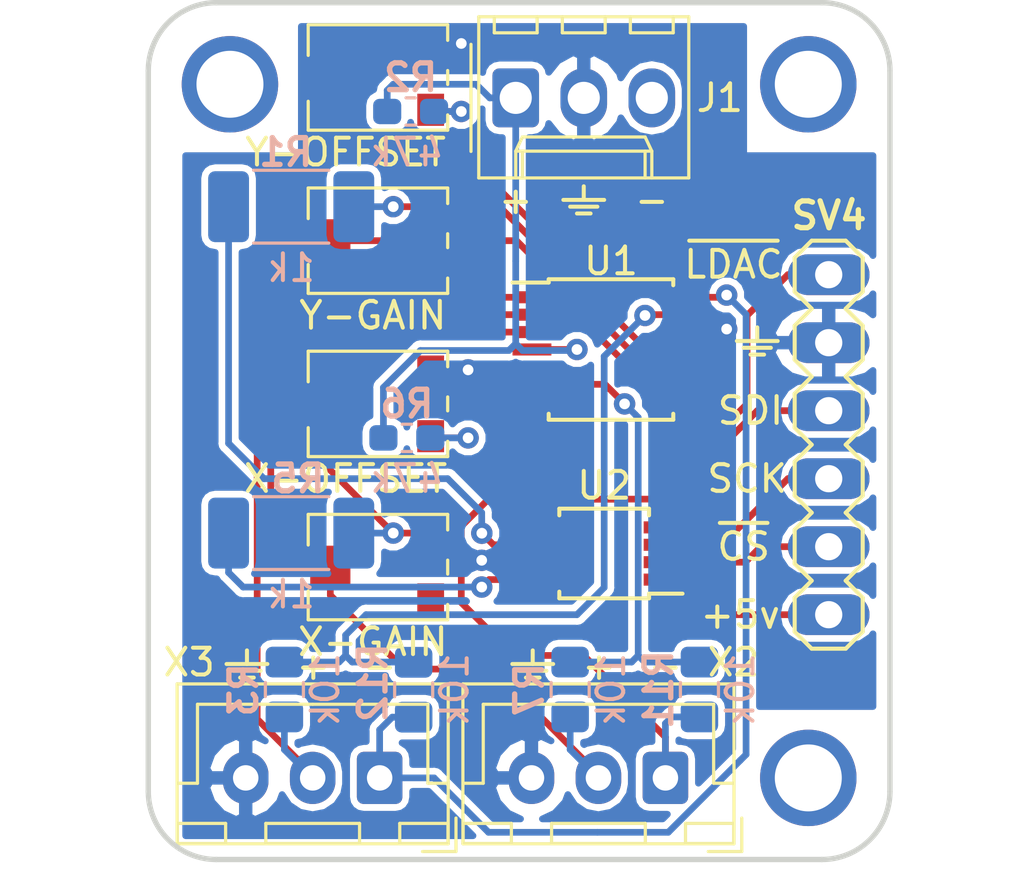
<source format=kicad_pcb>
(kicad_pcb (version 20171130) (host pcbnew "(5.0.2)-1")

  (general
    (thickness 1.6)
    (drawings 47)
    (tracks 178)
    (zones 0)
    (modules 21)
    (nets 26)
  )

  (page A4)
  (layers
    (0 Top signal)
    (31 Bottom signal)
    (32 B.Adhes user)
    (33 F.Adhes user)
    (34 B.Paste user)
    (35 F.Paste user)
    (36 B.SilkS user)
    (37 F.SilkS user)
    (38 B.Mask user)
    (39 F.Mask user)
    (40 Dwgs.User user hide)
    (41 Cmts.User user)
    (42 Eco1.User user)
    (43 Eco2.User user)
    (44 Edge.Cuts user)
    (45 Margin user)
    (46 B.CrtYd user hide)
    (47 F.CrtYd user hide)
    (48 B.Fab user hide)
    (49 F.Fab user)
  )

  (setup
    (last_trace_width 0.25)
    (trace_clearance 0.2)
    (zone_clearance 0.25)
    (zone_45_only no)
    (trace_min 0.1524)
    (segment_width 0.15)
    (edge_width 0.2)
    (via_size 0.8)
    (via_drill 0.4)
    (via_min_size 0.4)
    (via_min_drill 0.3)
    (uvia_size 0.3)
    (uvia_drill 0.1)
    (uvias_allowed no)
    (uvia_min_size 0.2)
    (uvia_min_drill 0.1)
    (pcb_text_width 0.2)
    (pcb_text_size 1 1)
    (mod_edge_width 0.2)
    (mod_text_size 1 1)
    (mod_text_width 0.2)
    (pad_size 3.6 3.6)
    (pad_drill 2.5)
    (pad_to_mask_clearance 0.05)
    (solder_mask_min_width 0.2)
    (aux_axis_origin 0 0)
    (visible_elements 7FFFFF7F)
    (pcbplotparams
      (layerselection 0x010f0_ffffffff)
      (usegerberextensions false)
      (usegerberattributes false)
      (usegerberadvancedattributes false)
      (creategerberjobfile false)
      (excludeedgelayer true)
      (linewidth 0.100000)
      (plotframeref false)
      (viasonmask false)
      (mode 1)
      (useauxorigin false)
      (hpglpennumber 1)
      (hpglpenspeed 20)
      (hpglpendiameter 15.000000)
      (psnegative false)
      (psa4output false)
      (plotreference true)
      (plotvalue true)
      (plotinvisibletext false)
      (padsonsilk false)
      (subtractmaskfromsilk false)
      (outputformat 1)
      (mirror false)
      (drillshape 0)
      (scaleselection 1)
      (outputdirectory "gerber/"))
  )

  (net 0 "")
  (net 1 GND)
  (net 2 +5V)
  (net 3 /LATCH)
  (net 4 /SDI)
  (net 5 /SCK)
  (net 6 /CS)
  (net 7 "Net-(R2-Pad2)")
  (net 8 /+V15)
  (net 9 /ILDAY+15V)
  (net 10 /ILDAY-15V)
  (net 11 /-V15)
  (net 12 "Net-(R6-Pad2)")
  (net 13 /ILDAX+15V)
  (net 14 /ILDAX-15V)
  (net 15 "Net-(Y-GAIN1-PadA)")
  (net 16 "Net-(X-GAIN1-PadA)")
  (net 17 "Net-(DAC1-Pad6)")
  (net 18 "Net-(DAC1-Pad8)")
  (net 19 "Net-(R1-Pad2)")
  (net 20 "Net-(R12-Pad1)")
  (net 21 "Net-(R5-Pad2)")
  (net 22 "Net-(R11-Pad1)")
  (net 23 "Net-(U1-Pad3)")
  (net 24 "Net-(U1-Pad10)")
  (net 25 "Net-(U1-Pad11)")

  (net_class Default "Это класс цепей по умолчанию."
    (clearance 0.2)
    (trace_width 0.25)
    (via_dia 0.8)
    (via_drill 0.4)
    (uvia_dia 0.3)
    (uvia_drill 0.1)
    (add_net +5V)
    (add_net /+V15)
    (add_net /-V15)
    (add_net /CS)
    (add_net /ILDAX+15V)
    (add_net /ILDAX-15V)
    (add_net /ILDAY+15V)
    (add_net /ILDAY-15V)
    (add_net /LATCH)
    (add_net /SCK)
    (add_net /SDI)
    (add_net GND)
    (add_net "Net-(DAC1-Pad6)")
    (add_net "Net-(DAC1-Pad8)")
    (add_net "Net-(R1-Pad2)")
    (add_net "Net-(R11-Pad1)")
    (add_net "Net-(R12-Pad1)")
    (add_net "Net-(R2-Pad2)")
    (add_net "Net-(R5-Pad2)")
    (add_net "Net-(R6-Pad2)")
    (add_net "Net-(U1-Pad10)")
    (add_net "Net-(U1-Pad11)")
    (add_net "Net-(U1-Pad3)")
    (add_net "Net-(X-GAIN1-PadA)")
    (add_net "Net-(Y-GAIN1-PadA)")
  )

  (module Resistor_SMD:R_0603_1608Metric_Pad1.05x0.95mm_HandSolder (layer Bottom) (tedit 5B301BBD) (tstamp 5CA11D98)
    (at 131.205 85.852)
    (descr "Resistor SMD 0603 (1608 Metric), square (rectangular) end terminal, IPC_7351 nominal with elongated pad for handsoldering. (Body size source: http://www.tortai-tech.com/upload/download/2011102023233369053.pdf), generated with kicad-footprint-generator")
    (tags "resistor handsolder")
    (path /5A80CFA9)
    (attr smd)
    (fp_text reference R2 (at 0 -1.27) (layer B.SilkS)
      (effects (font (size 1 1) (thickness 0.2)) (justify mirror))
    )
    (fp_text value 47k (at 0 -1.43) (layer B.Fab)
      (effects (font (size 1 1) (thickness 0.2)) (justify mirror))
    )
    (fp_text user %R (at 0 0) (layer B.Fab)
      (effects (font (size 1 1) (thickness 0.2)) (justify mirror))
    )
    (fp_line (start 1.65 -0.73) (end -1.65 -0.73) (layer B.CrtYd) (width 0.05))
    (fp_line (start 1.65 0.73) (end 1.65 -0.73) (layer B.CrtYd) (width 0.05))
    (fp_line (start -1.65 0.73) (end 1.65 0.73) (layer B.CrtYd) (width 0.05))
    (fp_line (start -1.65 -0.73) (end -1.65 0.73) (layer B.CrtYd) (width 0.05))
    (fp_line (start -0.171267 -0.51) (end 0.171267 -0.51) (layer B.SilkS) (width 0.12))
    (fp_line (start -0.171267 0.51) (end 0.171267 0.51) (layer B.SilkS) (width 0.12))
    (fp_line (start 0.8 -0.4) (end -0.8 -0.4) (layer B.Fab) (width 0.1))
    (fp_line (start 0.8 0.4) (end 0.8 -0.4) (layer B.Fab) (width 0.1))
    (fp_line (start -0.8 0.4) (end 0.8 0.4) (layer B.Fab) (width 0.1))
    (fp_line (start -0.8 -0.4) (end -0.8 0.4) (layer B.Fab) (width 0.1))
    (pad 2 smd roundrect (at 0.875 0) (size 1.05 0.95) (layers Bottom B.Paste B.Mask) (roundrect_rratio 0.25)
      (net 7 "Net-(R2-Pad2)"))
    (pad 1 smd roundrect (at -0.875 0) (size 1.05 0.95) (layers Bottom B.Paste B.Mask) (roundrect_rratio 0.25)
      (net 8 /+V15))
    (model ${KISYS3DMOD}/Resistor_SMD.3dshapes/R_0603_1608Metric.wrl
      (at (xyz 0 0 0))
      (scale (xyz 1 1 1))
      (rotate (xyz 0 0 0))
    )
  )

  (module Connector_Molex:Molex_KK-254_AE-6410-03A_1x03_P2.54mm_Vertical (layer Top) (tedit 5B78013E) (tstamp 5C95314D)
    (at 135.128 85.344)
    (descr "Molex KK-254 Interconnect System, old/engineering part number: AE-6410-03A example for new part number: 22-27-2031, 3 Pins (http://www.molex.com/pdm_docs/sd/022272021_sd.pdf), generated with kicad-footprint-generator")
    (tags "connector Molex KK-254 side entry")
    (path /449C7C68)
    (fp_text reference J1 (at 7.62 0) (layer F.SilkS)
      (effects (font (size 1 1) (thickness 0.15)))
    )
    (fp_text value 0022272031 (at 2.54 4.08) (layer F.Fab)
      (effects (font (size 1 1) (thickness 0.15)))
    )
    (fp_line (start -1.27 -2.92) (end -1.27 2.88) (layer F.Fab) (width 0.1))
    (fp_line (start -1.27 2.88) (end 6.35 2.88) (layer F.Fab) (width 0.1))
    (fp_line (start 6.35 2.88) (end 6.35 -2.92) (layer F.Fab) (width 0.1))
    (fp_line (start 6.35 -2.92) (end -1.27 -2.92) (layer F.Fab) (width 0.1))
    (fp_line (start -1.38 -3.03) (end -1.38 2.99) (layer F.SilkS) (width 0.12))
    (fp_line (start -1.38 2.99) (end 6.46 2.99) (layer F.SilkS) (width 0.12))
    (fp_line (start 6.46 2.99) (end 6.46 -3.03) (layer F.SilkS) (width 0.12))
    (fp_line (start 6.46 -3.03) (end -1.38 -3.03) (layer F.SilkS) (width 0.12))
    (fp_line (start -1.67 -2) (end -1.67 2) (layer F.SilkS) (width 0.12))
    (fp_line (start -1.27 -0.5) (end -0.562893 0) (layer F.Fab) (width 0.1))
    (fp_line (start -0.562893 0) (end -1.27 0.5) (layer F.Fab) (width 0.1))
    (fp_line (start 0 2.99) (end 0 1.99) (layer F.SilkS) (width 0.12))
    (fp_line (start 0 1.99) (end 5.08 1.99) (layer F.SilkS) (width 0.12))
    (fp_line (start 5.08 1.99) (end 5.08 2.99) (layer F.SilkS) (width 0.12))
    (fp_line (start 0 1.99) (end 0.25 1.46) (layer F.SilkS) (width 0.12))
    (fp_line (start 0.25 1.46) (end 4.83 1.46) (layer F.SilkS) (width 0.12))
    (fp_line (start 4.83 1.46) (end 5.08 1.99) (layer F.SilkS) (width 0.12))
    (fp_line (start 0.25 2.99) (end 0.25 1.99) (layer F.SilkS) (width 0.12))
    (fp_line (start 4.83 2.99) (end 4.83 1.99) (layer F.SilkS) (width 0.12))
    (fp_line (start -0.8 -3.03) (end -0.8 -2.43) (layer F.SilkS) (width 0.12))
    (fp_line (start -0.8 -2.43) (end 0.8 -2.43) (layer F.SilkS) (width 0.12))
    (fp_line (start 0.8 -2.43) (end 0.8 -3.03) (layer F.SilkS) (width 0.12))
    (fp_line (start 1.74 -3.03) (end 1.74 -2.43) (layer F.SilkS) (width 0.12))
    (fp_line (start 1.74 -2.43) (end 3.34 -2.43) (layer F.SilkS) (width 0.12))
    (fp_line (start 3.34 -2.43) (end 3.34 -3.03) (layer F.SilkS) (width 0.12))
    (fp_line (start 4.28 -3.03) (end 4.28 -2.43) (layer F.SilkS) (width 0.12))
    (fp_line (start 4.28 -2.43) (end 5.88 -2.43) (layer F.SilkS) (width 0.12))
    (fp_line (start 5.88 -2.43) (end 5.88 -3.03) (layer F.SilkS) (width 0.12))
    (fp_line (start -1.77 -3.42) (end -1.77 3.38) (layer F.CrtYd) (width 0.05))
    (fp_line (start -1.77 3.38) (end 6.85 3.38) (layer F.CrtYd) (width 0.05))
    (fp_line (start 6.85 3.38) (end 6.85 -3.42) (layer F.CrtYd) (width 0.05))
    (fp_line (start 6.85 -3.42) (end -1.77 -3.42) (layer F.CrtYd) (width 0.05))
    (fp_text user %R (at 2.54 -2.22) (layer F.Fab)
      (effects (font (size 1 1) (thickness 0.15)))
    )
    (pad 1 thru_hole roundrect (at 0 0) (size 1.74 2.2) (drill 1.2) (layers *.Cu *.Mask) (roundrect_rratio 0.143678)
      (net 8 /+V15))
    (pad 2 thru_hole oval (at 2.54 0) (size 1.74 2.2) (drill 1.2) (layers *.Cu *.Mask)
      (net 1 GND))
    (pad 3 thru_hole oval (at 5.08 0) (size 1.74 2.2) (drill 1.2) (layers *.Cu *.Mask)
      (net 11 /-V15))
    (model ${KISYS3DMOD}/Connector_Molex.3dshapes/Molex_KK-254_AE-6410-03A_1x03_P2.54mm_Vertical.wrl
      (at (xyz 0 0 0))
      (scale (xyz 1 1 1))
      (rotate (xyz 0 0 0))
    )
  )

  (module Connector_JST:JST_XH_B03B-XH-A_1x03_P2.50mm_Vertical (layer Top) (tedit 5B7754C5) (tstamp 5C93791A)
    (at 140.716 110.744 180)
    (descr "JST XH series connector, B03B-XH-A (http://www.jst-mfg.com/product/pdf/eng/eXH.pdf), generated with kicad-footprint-generator")
    (tags "connector JST XH side entry")
    (path /EE6A8C5B)
    (fp_text reference X2 (at -2.54 4.318 180) (layer F.SilkS)
      (effects (font (size 1 1) (thickness 0.15)))
    )
    (fp_text value JST-XH-03-PIN-ROUND-PAD (at 2.5 4.6 180) (layer F.Fab)
      (effects (font (size 1 1) (thickness 0.15)))
    )
    (fp_text user %R (at 2.5 2.7 180) (layer F.Fab)
      (effects (font (size 1 1) (thickness 0.15)))
    )
    (fp_line (start -2.85 -2.75) (end -2.85 -1.5) (layer F.SilkS) (width 0.12))
    (fp_line (start -1.6 -2.75) (end -2.85 -2.75) (layer F.SilkS) (width 0.12))
    (fp_line (start 6.8 2.75) (end 2.5 2.75) (layer F.SilkS) (width 0.12))
    (fp_line (start 6.8 -0.2) (end 6.8 2.75) (layer F.SilkS) (width 0.12))
    (fp_line (start 7.55 -0.2) (end 6.8 -0.2) (layer F.SilkS) (width 0.12))
    (fp_line (start -1.8 2.75) (end 2.5 2.75) (layer F.SilkS) (width 0.12))
    (fp_line (start -1.8 -0.2) (end -1.8 2.75) (layer F.SilkS) (width 0.12))
    (fp_line (start -2.55 -0.2) (end -1.8 -0.2) (layer F.SilkS) (width 0.12))
    (fp_line (start 7.55 -2.45) (end 5.75 -2.45) (layer F.SilkS) (width 0.12))
    (fp_line (start 7.55 -1.7) (end 7.55 -2.45) (layer F.SilkS) (width 0.12))
    (fp_line (start 5.75 -1.7) (end 7.55 -1.7) (layer F.SilkS) (width 0.12))
    (fp_line (start 5.75 -2.45) (end 5.75 -1.7) (layer F.SilkS) (width 0.12))
    (fp_line (start -0.75 -2.45) (end -2.55 -2.45) (layer F.SilkS) (width 0.12))
    (fp_line (start -0.75 -1.7) (end -0.75 -2.45) (layer F.SilkS) (width 0.12))
    (fp_line (start -2.55 -1.7) (end -0.75 -1.7) (layer F.SilkS) (width 0.12))
    (fp_line (start -2.55 -2.45) (end -2.55 -1.7) (layer F.SilkS) (width 0.12))
    (fp_line (start 4.25 -2.45) (end 0.75 -2.45) (layer F.SilkS) (width 0.12))
    (fp_line (start 4.25 -1.7) (end 4.25 -2.45) (layer F.SilkS) (width 0.12))
    (fp_line (start 0.75 -1.7) (end 4.25 -1.7) (layer F.SilkS) (width 0.12))
    (fp_line (start 0.75 -2.45) (end 0.75 -1.7) (layer F.SilkS) (width 0.12))
    (fp_line (start 0 -1.35) (end 0.625 -2.35) (layer F.Fab) (width 0.1))
    (fp_line (start -0.625 -2.35) (end 0 -1.35) (layer F.Fab) (width 0.1))
    (fp_line (start 7.95 -2.85) (end -2.95 -2.85) (layer F.CrtYd) (width 0.05))
    (fp_line (start 7.95 3.9) (end 7.95 -2.85) (layer F.CrtYd) (width 0.05))
    (fp_line (start -2.95 3.9) (end 7.95 3.9) (layer F.CrtYd) (width 0.05))
    (fp_line (start -2.95 -2.85) (end -2.95 3.9) (layer F.CrtYd) (width 0.05))
    (fp_line (start 7.56 -2.46) (end -2.56 -2.46) (layer F.SilkS) (width 0.12))
    (fp_line (start 7.56 3.51) (end 7.56 -2.46) (layer F.SilkS) (width 0.12))
    (fp_line (start -2.56 3.51) (end 7.56 3.51) (layer F.SilkS) (width 0.12))
    (fp_line (start -2.56 -2.46) (end -2.56 3.51) (layer F.SilkS) (width 0.12))
    (fp_line (start 7.45 -2.35) (end -2.45 -2.35) (layer F.Fab) (width 0.1))
    (fp_line (start 7.45 3.4) (end 7.45 -2.35) (layer F.Fab) (width 0.1))
    (fp_line (start -2.45 3.4) (end 7.45 3.4) (layer F.Fab) (width 0.1))
    (fp_line (start -2.45 -2.35) (end -2.45 3.4) (layer F.Fab) (width 0.1))
    (pad 3 thru_hole oval (at 5 0 180) (size 1.7 1.95) (drill 0.95) (layers *.Cu *.Mask)
      (net 1 GND))
    (pad 2 thru_hole oval (at 2.5 0 180) (size 1.7 1.95) (drill 0.95) (layers *.Cu *.Mask)
      (net 13 /ILDAX+15V))
    (pad 1 thru_hole roundrect (at 0 0 180) (size 1.7 1.95) (drill 0.95) (layers *.Cu *.Mask) (roundrect_rratio 0.147059)
      (net 14 /ILDAX-15V))
    (model ${KISYS3DMOD}/Connector_JST.3dshapes/JST_XH_B03B-XH-A_1x03_P2.50mm_Vertical.wrl
      (at (xyz 0 0 0))
      (scale (xyz 1 1 1))
      (rotate (xyz 0 0 0))
    )
  )

  (module Connector_JST:JST_XH_B03B-XH-A_1x03_P2.50mm_Vertical (layer Top) (tedit 5B7754C5) (tstamp 5CA1E3CA)
    (at 130.048 110.744 180)
    (descr "JST XH series connector, B03B-XH-A (http://www.jst-mfg.com/product/pdf/eng/eXH.pdf), generated with kicad-footprint-generator")
    (tags "connector JST XH side entry")
    (path /D0EFEB30)
    (fp_text reference X3 (at 7.112 4.318 180) (layer F.SilkS)
      (effects (font (size 1 1) (thickness 0.15)))
    )
    (fp_text value JST-XH-03-PIN-ROUND-PAD (at 2.5 4.6 180) (layer F.Fab)
      (effects (font (size 1 1) (thickness 0.15)))
    )
    (fp_text user %R (at 2.5 2.7 180) (layer F.Fab)
      (effects (font (size 1 1) (thickness 0.15)))
    )
    (fp_line (start -2.85 -2.75) (end -2.85 -1.5) (layer F.SilkS) (width 0.12))
    (fp_line (start -1.6 -2.75) (end -2.85 -2.75) (layer F.SilkS) (width 0.12))
    (fp_line (start 6.8 2.75) (end 2.5 2.75) (layer F.SilkS) (width 0.12))
    (fp_line (start 6.8 -0.2) (end 6.8 2.75) (layer F.SilkS) (width 0.12))
    (fp_line (start 7.55 -0.2) (end 6.8 -0.2) (layer F.SilkS) (width 0.12))
    (fp_line (start -1.8 2.75) (end 2.5 2.75) (layer F.SilkS) (width 0.12))
    (fp_line (start -1.8 -0.2) (end -1.8 2.75) (layer F.SilkS) (width 0.12))
    (fp_line (start -2.55 -0.2) (end -1.8 -0.2) (layer F.SilkS) (width 0.12))
    (fp_line (start 7.55 -2.45) (end 5.75 -2.45) (layer F.SilkS) (width 0.12))
    (fp_line (start 7.55 -1.7) (end 7.55 -2.45) (layer F.SilkS) (width 0.12))
    (fp_line (start 5.75 -1.7) (end 7.55 -1.7) (layer F.SilkS) (width 0.12))
    (fp_line (start 5.75 -2.45) (end 5.75 -1.7) (layer F.SilkS) (width 0.12))
    (fp_line (start -0.75 -2.45) (end -2.55 -2.45) (layer F.SilkS) (width 0.12))
    (fp_line (start -0.75 -1.7) (end -0.75 -2.45) (layer F.SilkS) (width 0.12))
    (fp_line (start -2.55 -1.7) (end -0.75 -1.7) (layer F.SilkS) (width 0.12))
    (fp_line (start -2.55 -2.45) (end -2.55 -1.7) (layer F.SilkS) (width 0.12))
    (fp_line (start 4.25 -2.45) (end 0.75 -2.45) (layer F.SilkS) (width 0.12))
    (fp_line (start 4.25 -1.7) (end 4.25 -2.45) (layer F.SilkS) (width 0.12))
    (fp_line (start 0.75 -1.7) (end 4.25 -1.7) (layer F.SilkS) (width 0.12))
    (fp_line (start 0.75 -2.45) (end 0.75 -1.7) (layer F.SilkS) (width 0.12))
    (fp_line (start 0 -1.35) (end 0.625 -2.35) (layer F.Fab) (width 0.1))
    (fp_line (start -0.625 -2.35) (end 0 -1.35) (layer F.Fab) (width 0.1))
    (fp_line (start 7.95 -2.85) (end -2.95 -2.85) (layer F.CrtYd) (width 0.05))
    (fp_line (start 7.95 3.9) (end 7.95 -2.85) (layer F.CrtYd) (width 0.05))
    (fp_line (start -2.95 3.9) (end 7.95 3.9) (layer F.CrtYd) (width 0.05))
    (fp_line (start -2.95 -2.85) (end -2.95 3.9) (layer F.CrtYd) (width 0.05))
    (fp_line (start 7.56 -2.46) (end -2.56 -2.46) (layer F.SilkS) (width 0.12))
    (fp_line (start 7.56 3.51) (end 7.56 -2.46) (layer F.SilkS) (width 0.12))
    (fp_line (start -2.56 3.51) (end 7.56 3.51) (layer F.SilkS) (width 0.12))
    (fp_line (start -2.56 -2.46) (end -2.56 3.51) (layer F.SilkS) (width 0.12))
    (fp_line (start 7.45 -2.35) (end -2.45 -2.35) (layer F.Fab) (width 0.1))
    (fp_line (start 7.45 3.4) (end 7.45 -2.35) (layer F.Fab) (width 0.1))
    (fp_line (start -2.45 3.4) (end 7.45 3.4) (layer F.Fab) (width 0.1))
    (fp_line (start -2.45 -2.35) (end -2.45 3.4) (layer F.Fab) (width 0.1))
    (pad 3 thru_hole oval (at 5 0 180) (size 1.7 1.95) (drill 0.95) (layers *.Cu *.Mask)
      (net 1 GND))
    (pad 2 thru_hole oval (at 2.5 0 180) (size 1.7 1.95) (drill 0.95) (layers *.Cu *.Mask)
      (net 9 /ILDAY+15V))
    (pad 1 thru_hole roundrect (at 0 0 180) (size 1.7 1.95) (drill 0.95) (layers *.Cu *.Mask) (roundrect_rratio 0.147059)
      (net 10 /ILDAY-15V))
    (model ${KISYS3DMOD}/Connector_JST.3dshapes/JST_XH_B03B-XH-A_1x03_P2.50mm_Vertical.wrl
      (at (xyz 0 0 0))
      (scale (xyz 1 1 1))
      (rotate (xyz 0 0 0))
    )
  )

  (module galvo-schematic:Potentiometer_Murata_PVS3_Vertical (layer Top) (tedit 5C955000) (tstamp 5C9574DB)
    (at 130.048 102.87 90)
    (descr "Potentiometer, vertical, Vishay TS53YL, https://www.vishay.com/docs/51008/ts53.pdf")
    (tags "Potentiometer vertical Vishay TS53YL")
    (path /250474DB)
    (attr smd)
    (fp_text reference X-GAIN (at -2.794 -0.254) (layer F.SilkS)
      (effects (font (size 1 1) (thickness 0.15)))
    )
    (fp_text value 10k (at 0 3.3655 90) (layer F.Fab)
      (effects (font (size 1 1) (thickness 0.15)))
    )
    (fp_line (start 0.0635 0.0635) (end 0.0635 0.6985) (layer F.Fab) (width 0.1))
    (fp_line (start 0.0635 0.6985) (end -0.0635 0.6985) (layer F.Fab) (width 0.1))
    (fp_line (start -0.0635 0.6985) (end -0.0635 0.0635) (layer F.Fab) (width 0.1))
    (fp_line (start -0.0635 0.0635) (end -0.6985 0.0635) (layer F.Fab) (width 0.1))
    (fp_line (start -0.6985 0.0635) (end -0.6985 -0.0635) (layer F.Fab) (width 0.1))
    (fp_line (start -0.6985 -0.0635) (end -0.0635 -0.0635) (layer F.Fab) (width 0.1))
    (fp_line (start -0.0635 -0.0635) (end -0.0635 -0.6985) (layer F.Fab) (width 0.1))
    (fp_line (start -0.0635 -0.6985) (end 0.0635 -0.6985) (layer F.Fab) (width 0.1))
    (fp_line (start 0.0635 -0.6985) (end 0.0635 -0.0635) (layer F.Fab) (width 0.1))
    (fp_text user %R (at 1.4605 0) (layer F.Fab)
      (effects (font (size 0.68 0.68) (thickness 0.15)))
    )
    (fp_line (start 2.032 2.6035) (end 2.032 -2.7305) (layer F.CrtYd) (width 0.05))
    (fp_line (start -2.032 2.6035) (end 2.032 2.6035) (layer F.CrtYd) (width 0.05))
    (fp_line (start -2.032 -2.7305) (end -2.032 2.6035) (layer F.CrtYd) (width 0.05))
    (fp_line (start 2.032 -2.7305) (end -2.032 -2.7305) (layer F.CrtYd) (width 0.05))
    (fp_line (start -1.397 2.54) (end -1.9685 2.54) (layer F.SilkS) (width 0.12))
    (fp_line (start 0.26 2.54) (end -0.26 2.54) (layer F.SilkS) (width 0.12))
    (fp_line (start 1.9685 2.54) (end 1.3875 2.54) (layer F.SilkS) (width 0.12))
    (fp_line (start -0.889 -2.667) (end -1.9685 -2.667) (layer F.SilkS) (width 0.12))
    (fp_line (start 1.9685 -2.667) (end 0.8255 -2.667) (layer F.SilkS) (width 0.12))
    (fp_line (start -1.9685 -2.667) (end -1.9685 2.54) (layer F.SilkS) (width 0.12))
    (fp_line (start 1.9685 -2.667) (end 1.9685 2.54) (layer F.SilkS) (width 0.12))
    (fp_line (start -0.058 -0.92) (end 0.058 -0.92) (layer F.Fab) (width 0.1))
    (fp_line (start 0.6985 0.0635) (end 0.0635 0.0635) (layer F.Fab) (width 0.1))
    (fp_line (start 0.6985 -0.0635) (end 0.6985 0.0635) (layer F.Fab) (width 0.1))
    (fp_line (start 0.0635 -0.0635) (end 0.6985 -0.0635) (layer F.Fab) (width 0.1))
    (fp_line (start 1.9685 2.54) (end 1.9685 -2.667) (layer F.Fab) (width 0.1))
    (fp_line (start -1.9685 2.54) (end 1.9685 2.54) (layer F.Fab) (width 0.1))
    (fp_line (start -1.9685 -2.667) (end -1.9685 2.54) (layer F.Fab) (width 0.1))
    (fp_line (start 1.9685 -2.667) (end -1.9685 -2.667) (layer F.Fab) (width 0.1))
    (fp_circle (center 0 0) (end 0.9 0) (layer F.Fab) (width 0.1))
    (pad A smd rect (at -1.2065 1.905 90) (size 1.2 1) (layers Top F.Paste F.Mask)
      (net 16 "Net-(X-GAIN1-PadA)"))
    (pad S smd rect (at 0 -1.8415 90) (size 1.6 1.5) (layers Top F.Paste F.Mask)
      (net 13 /ILDAX+15V))
    (pad E smd rect (at 1.2065 1.905 90) (size 1.2 1) (layers Top F.Paste F.Mask)
      (net 21 "Net-(R5-Pad2)"))
    (model ${KIPRJMOD}/3d/AB2_POT_TRIM.wrl
      (at (xyz 0 0 0))
      (scale (xyz 0.3937 0.3937 0.3937))
      (rotate (xyz 0 0 0))
    )
  )

  (module galvo-schematic:Potentiometer_Murata_PVS3_Vertical (layer Top) (tedit 5C954FF6) (tstamp 5CA1F69F)
    (at 130.048 90.678 90)
    (descr "Potentiometer, vertical, Vishay TS53YL, https://www.vishay.com/docs/51008/ts53.pdf")
    (tags "Potentiometer vertical Vishay TS53YL")
    (path /A7E1DF8A)
    (attr smd)
    (fp_text reference Y-GAIN (at -2.794 -0.254 180) (layer F.SilkS)
      (effects (font (size 1 1) (thickness 0.15)))
    )
    (fp_text value 10k (at 0 3.3655 90) (layer F.Fab)
      (effects (font (size 1 1) (thickness 0.15)))
    )
    (fp_line (start 0.0635 0.0635) (end 0.0635 0.6985) (layer F.Fab) (width 0.1))
    (fp_line (start 0.0635 0.6985) (end -0.0635 0.6985) (layer F.Fab) (width 0.1))
    (fp_line (start -0.0635 0.6985) (end -0.0635 0.0635) (layer F.Fab) (width 0.1))
    (fp_line (start -0.0635 0.0635) (end -0.6985 0.0635) (layer F.Fab) (width 0.1))
    (fp_line (start -0.6985 0.0635) (end -0.6985 -0.0635) (layer F.Fab) (width 0.1))
    (fp_line (start -0.6985 -0.0635) (end -0.0635 -0.0635) (layer F.Fab) (width 0.1))
    (fp_line (start -0.0635 -0.0635) (end -0.0635 -0.6985) (layer F.Fab) (width 0.1))
    (fp_line (start -0.0635 -0.6985) (end 0.0635 -0.6985) (layer F.Fab) (width 0.1))
    (fp_line (start 0.0635 -0.6985) (end 0.0635 -0.0635) (layer F.Fab) (width 0.1))
    (fp_text user %R (at 1.4605 0) (layer F.Fab)
      (effects (font (size 0.68 0.68) (thickness 0.15)))
    )
    (fp_line (start 2.032 2.6035) (end 2.032 -2.7305) (layer F.CrtYd) (width 0.05))
    (fp_line (start -2.032 2.6035) (end 2.032 2.6035) (layer F.CrtYd) (width 0.05))
    (fp_line (start -2.032 -2.7305) (end -2.032 2.6035) (layer F.CrtYd) (width 0.05))
    (fp_line (start 2.032 -2.7305) (end -2.032 -2.7305) (layer F.CrtYd) (width 0.05))
    (fp_line (start -1.397 2.54) (end -1.9685 2.54) (layer F.SilkS) (width 0.12))
    (fp_line (start 0.26 2.54) (end -0.26 2.54) (layer F.SilkS) (width 0.12))
    (fp_line (start 1.9685 2.54) (end 1.3875 2.54) (layer F.SilkS) (width 0.12))
    (fp_line (start -0.889 -2.667) (end -1.9685 -2.667) (layer F.SilkS) (width 0.12))
    (fp_line (start 1.9685 -2.667) (end 0.8255 -2.667) (layer F.SilkS) (width 0.12))
    (fp_line (start -1.9685 -2.667) (end -1.9685 2.54) (layer F.SilkS) (width 0.12))
    (fp_line (start 1.9685 -2.667) (end 1.9685 2.54) (layer F.SilkS) (width 0.12))
    (fp_line (start -0.058 -0.92) (end 0.058 -0.92) (layer F.Fab) (width 0.1))
    (fp_line (start 0.6985 0.0635) (end 0.0635 0.0635) (layer F.Fab) (width 0.1))
    (fp_line (start 0.6985 -0.0635) (end 0.6985 0.0635) (layer F.Fab) (width 0.1))
    (fp_line (start 0.0635 -0.0635) (end 0.6985 -0.0635) (layer F.Fab) (width 0.1))
    (fp_line (start 1.9685 2.54) (end 1.9685 -2.667) (layer F.Fab) (width 0.1))
    (fp_line (start -1.9685 2.54) (end 1.9685 2.54) (layer F.Fab) (width 0.1))
    (fp_line (start -1.9685 -2.667) (end -1.9685 2.54) (layer F.Fab) (width 0.1))
    (fp_line (start 1.9685 -2.667) (end -1.9685 -2.667) (layer F.Fab) (width 0.1))
    (fp_circle (center 0 0) (end 0.9 0) (layer F.Fab) (width 0.1))
    (pad A smd rect (at -1.2065 1.905 90) (size 1.2 1) (layers Top F.Paste F.Mask)
      (net 15 "Net-(Y-GAIN1-PadA)"))
    (pad S smd rect (at 0 -1.8415 90) (size 1.6 1.5) (layers Top F.Paste F.Mask)
      (net 9 /ILDAY+15V))
    (pad E smd rect (at 1.2065 1.905 90) (size 1.2 1) (layers Top F.Paste F.Mask)
      (net 19 "Net-(R1-Pad2)"))
    (model ${KIPRJMOD}/3d/AB2_POT_TRIM.wrl
      (at (xyz 0 0 0))
      (scale (xyz 0.3937 0.3937 0.3937))
      (rotate (xyz 0 0 0))
    )
  )

  (module MountingHole:MountingHole_2.5mm (layer Top) (tedit 5C949C7F) (tstamp 5CA19F06)
    (at 124.46 84.836)
    (descr "Mounting Hole 2.5mm, no annular")
    (tags "mounting hole 2.5mm no annular")
    (attr virtual)
    (fp_text reference REF** (at 0 -3.5) (layer F.SilkS) hide
      (effects (font (size 1 1) (thickness 0.15)))
    )
    (fp_text value MountingHole_2.5mm (at 0 3.5) (layer F.Fab)
      (effects (font (size 1 1) (thickness 0.15)))
    )
    (fp_text user %R (at 0.3 0) (layer F.Fab)
      (effects (font (size 1 1) (thickness 0.15)))
    )
    (fp_circle (center 0 0) (end 2.5 0) (layer Cmts.User) (width 0.15))
    (fp_circle (center 0 0) (end 2.75 0) (layer F.CrtYd) (width 0.05))
    (pad "" thru_hole circle (at 0 0) (size 3.6 3.6) (drill 2.5) (layers *.Cu *.Mask))
  )

  (module MountingHole:MountingHole_2.5mm (layer Top) (tedit 5C949C7F) (tstamp 5CA42FBE)
    (at 146.05 110.744)
    (descr "Mounting Hole 2.5mm, no annular")
    (tags "mounting hole 2.5mm no annular")
    (attr virtual)
    (fp_text reference REF** (at 0 -3.5) (layer F.SilkS) hide
      (effects (font (size 1 1) (thickness 0.15)))
    )
    (fp_text value MountingHole_2.5mm (at 0 3.5) (layer F.Fab)
      (effects (font (size 1 1) (thickness 0.15)))
    )
    (fp_circle (center 0 0) (end 2.75 0) (layer F.CrtYd) (width 0.05))
    (fp_circle (center 0 0) (end 2.5 0) (layer Cmts.User) (width 0.15))
    (fp_text user %R (at 0.3 0) (layer F.Fab)
      (effects (font (size 1 1) (thickness 0.15)))
    )
    (pad "" thru_hole circle (at 0 0) (size 3.6 3.6) (drill 2.5) (layers *.Cu *.Mask))
  )

  (module galvo-schematic:MA06-1 (layer Top) (tedit 5C955024) (tstamp 5C9378E3)
    (at 146.812 98.298 270)
    (descr "<b>PIN HEADER</b>")
    (path /52E1D252)
    (fp_text reference SV4 (at -9.144 -1.524 180) (layer F.SilkS)
      (effects (font (size 1 1) (thickness 0.2)) (justify right top))
    )
    (fp_text value MA06-1 (at -2.54 2.921 270) (layer F.Fab)
      (effects (font (size 1 1) (thickness 0.2)) (justify right top))
    )
    (fp_poly (pts (xy 6.096 0.254) (xy 6.604 0.254) (xy 6.604 -0.254) (xy 6.096 -0.254)) (layer F.Fab) (width 0))
    (fp_poly (pts (xy 1.016 0.254) (xy 1.524 0.254) (xy 1.524 -0.254) (xy 1.016 -0.254)) (layer F.Fab) (width 0))
    (fp_poly (pts (xy 3.556 0.254) (xy 4.064 0.254) (xy 4.064 -0.254) (xy 3.556 -0.254)) (layer F.Fab) (width 0))
    (fp_poly (pts (xy -1.524 0.254) (xy -1.016 0.254) (xy -1.016 -0.254) (xy -1.524 -0.254)) (layer F.Fab) (width 0))
    (fp_poly (pts (xy -6.604 0.254) (xy -6.096 0.254) (xy -6.096 -0.254) (xy -6.604 -0.254)) (layer F.Fab) (width 0))
    (fp_poly (pts (xy -4.064 0.254) (xy -3.556 0.254) (xy -3.556 -0.254) (xy -4.064 -0.254)) (layer F.Fab) (width 0))
    (fp_text user 6 (at 6.858 -1.778) (layer F.SilkS) hide
      (effects (font (size 1 1) (thickness 0.2)) (justify left bottom))
    )
    (fp_text user 1 (at -5.842 -1.778) (layer F.SilkS) hide
      (effects (font (size 1 1) (thickness 0.2)) (justify left bottom))
    )
    (fp_line (start 7.62 -0.635) (end 7.62 0.635) (layer F.SilkS) (width 0.1524))
    (fp_line (start 5.715 1.27) (end 5.08 0.635) (layer F.SilkS) (width 0.1524))
    (fp_line (start 6.985 1.27) (end 5.715 1.27) (layer F.SilkS) (width 0.1524))
    (fp_line (start 7.62 0.635) (end 6.985 1.27) (layer F.SilkS) (width 0.1524))
    (fp_line (start 6.985 -1.27) (end 7.62 -0.635) (layer F.SilkS) (width 0.1524))
    (fp_line (start 5.715 -1.27) (end 6.985 -1.27) (layer F.SilkS) (width 0.1524))
    (fp_line (start 5.08 -0.635) (end 5.715 -1.27) (layer F.SilkS) (width 0.1524))
    (fp_line (start 1.905 1.27) (end 0.635 1.27) (layer F.SilkS) (width 0.1524))
    (fp_line (start 0 0.635) (end 0.635 1.27) (layer F.SilkS) (width 0.1524))
    (fp_line (start 0.635 -1.27) (end 0 -0.635) (layer F.SilkS) (width 0.1524))
    (fp_line (start 3.175 1.27) (end 2.54 0.635) (layer F.SilkS) (width 0.1524))
    (fp_line (start 4.445 1.27) (end 3.175 1.27) (layer F.SilkS) (width 0.1524))
    (fp_line (start 5.08 0.635) (end 4.445 1.27) (layer F.SilkS) (width 0.1524))
    (fp_line (start 4.445 -1.27) (end 5.08 -0.635) (layer F.SilkS) (width 0.1524))
    (fp_line (start 3.175 -1.27) (end 4.445 -1.27) (layer F.SilkS) (width 0.1524))
    (fp_line (start 2.54 -0.635) (end 3.175 -1.27) (layer F.SilkS) (width 0.1524))
    (fp_line (start 2.54 0.635) (end 1.905 1.27) (layer F.SilkS) (width 0.1524))
    (fp_line (start 1.905 -1.27) (end 2.54 -0.635) (layer F.SilkS) (width 0.1524))
    (fp_line (start 0.635 -1.27) (end 1.905 -1.27) (layer F.SilkS) (width 0.1524))
    (fp_line (start -1.905 1.27) (end -2.54 0.635) (layer F.SilkS) (width 0.1524))
    (fp_line (start -0.635 1.27) (end -1.905 1.27) (layer F.SilkS) (width 0.1524))
    (fp_line (start 0 0.635) (end -0.635 1.27) (layer F.SilkS) (width 0.1524))
    (fp_line (start -0.635 -1.27) (end 0 -0.635) (layer F.SilkS) (width 0.1524))
    (fp_line (start -1.905 -1.27) (end -0.635 -1.27) (layer F.SilkS) (width 0.1524))
    (fp_line (start -2.54 -0.635) (end -1.905 -1.27) (layer F.SilkS) (width 0.1524))
    (fp_line (start -5.715 1.27) (end -6.985 1.27) (layer F.SilkS) (width 0.1524))
    (fp_line (start -7.62 0.635) (end -6.985 1.27) (layer F.SilkS) (width 0.1524))
    (fp_line (start -6.985 -1.27) (end -7.62 -0.635) (layer F.SilkS) (width 0.1524))
    (fp_line (start -7.62 -0.635) (end -7.62 0.635) (layer F.SilkS) (width 0.1524))
    (fp_line (start -4.445 1.27) (end -5.08 0.635) (layer F.SilkS) (width 0.1524))
    (fp_line (start -3.175 1.27) (end -4.445 1.27) (layer F.SilkS) (width 0.1524))
    (fp_line (start -2.54 0.635) (end -3.175 1.27) (layer F.SilkS) (width 0.1524))
    (fp_line (start -3.175 -1.27) (end -2.54 -0.635) (layer F.SilkS) (width 0.1524))
    (fp_line (start -4.445 -1.27) (end -3.175 -1.27) (layer F.SilkS) (width 0.1524))
    (fp_line (start -5.08 -0.635) (end -4.445 -1.27) (layer F.SilkS) (width 0.1524))
    (fp_line (start -5.08 0.635) (end -5.715 1.27) (layer F.SilkS) (width 0.1524))
    (fp_line (start -5.715 -1.27) (end -5.08 -0.635) (layer F.SilkS) (width 0.1524))
    (fp_line (start -6.985 -1.27) (end -5.715 -1.27) (layer F.SilkS) (width 0.1524))
    (pad 6 thru_hole oval (at 6.35 0) (size 3.048 1.524) (drill 1.016) (layers *.Cu *.Mask)
      (net 2 +5V) (solder_mask_margin 0.1016))
    (pad 5 thru_hole oval (at 3.81 0) (size 3.048 1.524) (drill 1.016) (layers *.Cu *.Mask)
      (net 6 /CS) (solder_mask_margin 0.1016))
    (pad 4 thru_hole oval (at 1.27 0) (size 3.048 1.524) (drill 1.016) (layers *.Cu *.Mask)
      (net 5 /SCK) (solder_mask_margin 0.1016))
    (pad 3 thru_hole oval (at -1.27 0) (size 3.048 1.524) (drill 1.016) (layers *.Cu *.Mask)
      (net 4 /SDI) (solder_mask_margin 0.1016))
    (pad 2 thru_hole oval (at -3.81 0) (size 3.048 1.524) (drill 1.016) (layers *.Cu *.Mask)
      (net 1 GND) (solder_mask_margin 0.1016))
    (pad 1 thru_hole oval (at -6.35 0) (size 3.048 1.524) (drill 1.016) (layers *.Cu *.Mask)
      (net 3 /LATCH) (solder_mask_margin 0.1016))
  )

  (module Resistor_SMD:R_2010_5025Metric_Pad1.52x2.65mm_HandSolder (layer Bottom) (tedit 5B301BBD) (tstamp 5CA1300B)
    (at 126.746 89.408)
    (descr "Resistor SMD 2010 (5025 Metric), square (rectangular) end terminal, IPC_7351 nominal with elongated pad for handsoldering. (Body size source: http://www.tortai-tech.com/upload/download/2011102023233369053.pdf), generated with kicad-footprint-generator")
    (tags "resistor handsolder")
    (path /DDF01354)
    (attr smd)
    (fp_text reference R1 (at -0.2025 -2.032) (layer B.SilkS)
      (effects (font (size 1 1) (thickness 0.2)) (justify mirror))
    )
    (fp_text value 1k (at 0 -2.28) (layer B.Fab)
      (effects (font (size 1 1) (thickness 0.2)) (justify mirror))
    )
    (fp_text user %R (at 0 0) (layer B.Fab)
      (effects (font (size 1 1) (thickness 0.2)) (justify mirror))
    )
    (fp_line (start 3.35 -1.58) (end -3.35 -1.58) (layer B.CrtYd) (width 0.05))
    (fp_line (start 3.35 1.58) (end 3.35 -1.58) (layer B.CrtYd) (width 0.05))
    (fp_line (start -3.35 1.58) (end 3.35 1.58) (layer B.CrtYd) (width 0.05))
    (fp_line (start -3.35 -1.58) (end -3.35 1.58) (layer B.CrtYd) (width 0.05))
    (fp_line (start -1.402064 -1.36) (end 1.402064 -1.36) (layer B.SilkS) (width 0.12))
    (fp_line (start -1.402064 1.36) (end 1.402064 1.36) (layer B.SilkS) (width 0.12))
    (fp_line (start 2.5 -1.25) (end -2.5 -1.25) (layer B.Fab) (width 0.1))
    (fp_line (start 2.5 1.25) (end 2.5 -1.25) (layer B.Fab) (width 0.1))
    (fp_line (start -2.5 1.25) (end 2.5 1.25) (layer B.Fab) (width 0.1))
    (fp_line (start -2.5 -1.25) (end -2.5 1.25) (layer B.Fab) (width 0.1))
    (pad 2 smd roundrect (at 2.3375 0) (size 1.525 2.65) (layers Bottom B.Paste B.Mask) (roundrect_rratio 0.163934)
      (net 19 "Net-(R1-Pad2)"))
    (pad 1 smd roundrect (at -2.3375 0) (size 1.525 2.65) (layers Bottom B.Paste B.Mask) (roundrect_rratio 0.163934)
      (net 17 "Net-(DAC1-Pad6)"))
    (model ${KISYS3DMOD}/Resistor_SMD.3dshapes/R_2010_5025Metric.wrl
      (at (xyz 0 0 0))
      (scale (xyz 1 1 1))
      (rotate (xyz 0 0 0))
    )
  )

  (module Resistor_SMD:R_0805_2012Metric_Pad1.15x1.40mm_HandSolder (layer Bottom) (tedit 5B36C52B) (tstamp 5CA10FCF)
    (at 126.492 107.442 90)
    (descr "Resistor SMD 0805 (2012 Metric), square (rectangular) end terminal, IPC_7351 nominal with elongated pad for handsoldering. (Body size source: https://docs.google.com/spreadsheets/d/1BsfQQcO9C6DZCsRaXUlFlo91Tg2WpOkGARC1WS5S8t0/edit?usp=sharing), generated with kicad-footprint-generator")
    (tags "resistor handsolder")
    (path /ABABC248)
    (attr smd)
    (fp_text reference R3 (at -0.009 -1.524 90) (layer B.SilkS)
      (effects (font (size 1 1) (thickness 0.2)) (justify mirror))
    )
    (fp_text value 10k (at 0 -1.65 90) (layer B.Fab)
      (effects (font (size 1 1) (thickness 0.2)) (justify mirror))
    )
    (fp_text user %R (at 0 0 90) (layer B.Fab)
      (effects (font (size 1 1) (thickness 0.2)) (justify mirror))
    )
    (fp_line (start 1.85 -0.95) (end -1.85 -0.95) (layer B.CrtYd) (width 0.05))
    (fp_line (start 1.85 0.95) (end 1.85 -0.95) (layer B.CrtYd) (width 0.05))
    (fp_line (start -1.85 0.95) (end 1.85 0.95) (layer B.CrtYd) (width 0.05))
    (fp_line (start -1.85 -0.95) (end -1.85 0.95) (layer B.CrtYd) (width 0.05))
    (fp_line (start -0.261252 -0.71) (end 0.261252 -0.71) (layer B.SilkS) (width 0.12))
    (fp_line (start -0.261252 0.71) (end 0.261252 0.71) (layer B.SilkS) (width 0.12))
    (fp_line (start 1 -0.6) (end -1 -0.6) (layer B.Fab) (width 0.1))
    (fp_line (start 1 0.6) (end 1 -0.6) (layer B.Fab) (width 0.1))
    (fp_line (start -1 0.6) (end 1 0.6) (layer B.Fab) (width 0.1))
    (fp_line (start -1 -0.6) (end -1 0.6) (layer B.Fab) (width 0.1))
    (pad 2 smd roundrect (at 1.025 0 90) (size 1.15 1.4) (layers Bottom B.Paste B.Mask) (roundrect_rratio 0.217391)
      (net 20 "Net-(R12-Pad1)"))
    (pad 1 smd roundrect (at -1.025 0 90) (size 1.15 1.4) (layers Bottom B.Paste B.Mask) (roundrect_rratio 0.217391)
      (net 9 /ILDAY+15V))
    (model ${KISYS3DMOD}/Resistor_SMD.3dshapes/R_0805_2012Metric.wrl
      (at (xyz 0 0 0))
      (scale (xyz 1 1 1))
      (rotate (xyz 0 0 0))
    )
  )

  (module Resistor_SMD:R_2010_5025Metric_Pad1.52x2.65mm_HandSolder (layer Bottom) (tedit 5B301BBD) (tstamp 5C955E79)
    (at 126.746 101.6)
    (descr "Resistor SMD 2010 (5025 Metric), square (rectangular) end terminal, IPC_7351 nominal with elongated pad for handsoldering. (Body size source: http://www.tortai-tech.com/upload/download/2011102023233369053.pdf), generated with kicad-footprint-generator")
    (tags "resistor handsolder")
    (path /4373A00B)
    (attr smd)
    (fp_text reference R5 (at 0.254 -2.032 -180) (layer B.SilkS)
      (effects (font (size 1 1) (thickness 0.2)) (justify mirror))
    )
    (fp_text value 1k (at 0 -2.28) (layer B.Fab)
      (effects (font (size 1 1) (thickness 0.2)) (justify mirror))
    )
    (fp_text user %R (at 0 0) (layer B.Fab)
      (effects (font (size 1 1) (thickness 0.2)) (justify mirror))
    )
    (fp_line (start 3.35 -1.58) (end -3.35 -1.58) (layer B.CrtYd) (width 0.05))
    (fp_line (start 3.35 1.58) (end 3.35 -1.58) (layer B.CrtYd) (width 0.05))
    (fp_line (start -3.35 1.58) (end 3.35 1.58) (layer B.CrtYd) (width 0.05))
    (fp_line (start -3.35 -1.58) (end -3.35 1.58) (layer B.CrtYd) (width 0.05))
    (fp_line (start -1.402064 -1.36) (end 1.402064 -1.36) (layer B.SilkS) (width 0.12))
    (fp_line (start -1.402064 1.36) (end 1.402064 1.36) (layer B.SilkS) (width 0.12))
    (fp_line (start 2.5 -1.25) (end -2.5 -1.25) (layer B.Fab) (width 0.1))
    (fp_line (start 2.5 1.25) (end 2.5 -1.25) (layer B.Fab) (width 0.1))
    (fp_line (start -2.5 1.25) (end 2.5 1.25) (layer B.Fab) (width 0.1))
    (fp_line (start -2.5 -1.25) (end -2.5 1.25) (layer B.Fab) (width 0.1))
    (pad 2 smd roundrect (at 2.3375 0) (size 1.525 2.65) (layers Bottom B.Paste B.Mask) (roundrect_rratio 0.163934)
      (net 21 "Net-(R5-Pad2)"))
    (pad 1 smd roundrect (at -2.3375 0) (size 1.525 2.65) (layers Bottom B.Paste B.Mask) (roundrect_rratio 0.163934)
      (net 18 "Net-(DAC1-Pad8)"))
    (model ${KISYS3DMOD}/Resistor_SMD.3dshapes/R_2010_5025Metric.wrl
      (at (xyz 0 0 0))
      (scale (xyz 1 1 1))
      (rotate (xyz 0 0 0))
    )
  )

  (module Resistor_SMD:R_0603_1608Metric_Pad1.05x0.95mm_HandSolder (layer Bottom) (tedit 5B301BBD) (tstamp 5CA21C7C)
    (at 131.064 98.044)
    (descr "Resistor SMD 0603 (1608 Metric), square (rectangular) end terminal, IPC_7351 nominal with elongated pad for handsoldering. (Body size source: http://www.tortai-tech.com/upload/download/2011102023233369053.pdf), generated with kicad-footprint-generator")
    (tags "resistor handsolder")
    (path /C438F371)
    (attr smd)
    (fp_text reference R6 (at 0 -1.27) (layer B.SilkS)
      (effects (font (size 1 1) (thickness 0.2)) (justify mirror))
    )
    (fp_text value 47k (at 0 -1.43) (layer B.Fab)
      (effects (font (size 1 1) (thickness 0.2)) (justify mirror))
    )
    (fp_line (start -0.8 -0.4) (end -0.8 0.4) (layer B.Fab) (width 0.1))
    (fp_line (start -0.8 0.4) (end 0.8 0.4) (layer B.Fab) (width 0.1))
    (fp_line (start 0.8 0.4) (end 0.8 -0.4) (layer B.Fab) (width 0.1))
    (fp_line (start 0.8 -0.4) (end -0.8 -0.4) (layer B.Fab) (width 0.1))
    (fp_line (start -0.171267 0.51) (end 0.171267 0.51) (layer B.SilkS) (width 0.12))
    (fp_line (start -0.171267 -0.51) (end 0.171267 -0.51) (layer B.SilkS) (width 0.12))
    (fp_line (start -1.65 -0.73) (end -1.65 0.73) (layer B.CrtYd) (width 0.05))
    (fp_line (start -1.65 0.73) (end 1.65 0.73) (layer B.CrtYd) (width 0.05))
    (fp_line (start 1.65 0.73) (end 1.65 -0.73) (layer B.CrtYd) (width 0.05))
    (fp_line (start 1.65 -0.73) (end -1.65 -0.73) (layer B.CrtYd) (width 0.05))
    (fp_text user %R (at 0 0) (layer B.Fab)
      (effects (font (size 1 1) (thickness 0.2)) (justify mirror))
    )
    (pad 1 smd roundrect (at -0.875 0) (size 1.05 0.95) (layers Bottom B.Paste B.Mask) (roundrect_rratio 0.25)
      (net 8 /+V15))
    (pad 2 smd roundrect (at 0.875 0) (size 1.05 0.95) (layers Bottom B.Paste B.Mask) (roundrect_rratio 0.25)
      (net 12 "Net-(R6-Pad2)"))
    (model ${KISYS3DMOD}/Resistor_SMD.3dshapes/R_0603_1608Metric.wrl
      (at (xyz 0 0 0))
      (scale (xyz 1 1 1))
      (rotate (xyz 0 0 0))
    )
  )

  (module Resistor_SMD:R_0805_2012Metric_Pad1.15x1.40mm_HandSolder (layer Bottom) (tedit 5B36C52B) (tstamp 5CA20814)
    (at 137.16 107.442 90)
    (descr "Resistor SMD 0805 (2012 Metric), square (rectangular) end terminal, IPC_7351 nominal with elongated pad for handsoldering. (Body size source: https://docs.google.com/spreadsheets/d/1BsfQQcO9C6DZCsRaXUlFlo91Tg2WpOkGARC1WS5S8t0/edit?usp=sharing), generated with kicad-footprint-generator")
    (tags "resistor handsolder")
    (path /EDDA057D)
    (attr smd)
    (fp_text reference R7 (at 0 -1.524 90) (layer B.SilkS)
      (effects (font (size 1 1) (thickness 0.2)) (justify mirror))
    )
    (fp_text value 10k (at 0 -1.65 90) (layer B.Fab)
      (effects (font (size 1 1) (thickness 0.2)) (justify mirror))
    )
    (fp_line (start -1 -0.6) (end -1 0.6) (layer B.Fab) (width 0.1))
    (fp_line (start -1 0.6) (end 1 0.6) (layer B.Fab) (width 0.1))
    (fp_line (start 1 0.6) (end 1 -0.6) (layer B.Fab) (width 0.1))
    (fp_line (start 1 -0.6) (end -1 -0.6) (layer B.Fab) (width 0.1))
    (fp_line (start -0.261252 0.71) (end 0.261252 0.71) (layer B.SilkS) (width 0.12))
    (fp_line (start -0.261252 -0.71) (end 0.261252 -0.71) (layer B.SilkS) (width 0.12))
    (fp_line (start -1.85 -0.95) (end -1.85 0.95) (layer B.CrtYd) (width 0.05))
    (fp_line (start -1.85 0.95) (end 1.85 0.95) (layer B.CrtYd) (width 0.05))
    (fp_line (start 1.85 0.95) (end 1.85 -0.95) (layer B.CrtYd) (width 0.05))
    (fp_line (start 1.85 -0.95) (end -1.85 -0.95) (layer B.CrtYd) (width 0.05))
    (fp_text user %R (at 0 0 90) (layer B.Fab)
      (effects (font (size 1 1) (thickness 0.2)) (justify mirror))
    )
    (pad 1 smd roundrect (at -1.025 0 90) (size 1.15 1.4) (layers Bottom B.Paste B.Mask) (roundrect_rratio 0.217391)
      (net 13 /ILDAX+15V))
    (pad 2 smd roundrect (at 1.025 0 90) (size 1.15 1.4) (layers Bottom B.Paste B.Mask) (roundrect_rratio 0.217391)
      (net 22 "Net-(R11-Pad1)"))
    (model ${KISYS3DMOD}/Resistor_SMD.3dshapes/R_0805_2012Metric.wrl
      (at (xyz 0 0 0))
      (scale (xyz 1 1 1))
      (rotate (xyz 0 0 0))
    )
  )

  (module Resistor_SMD:R_0805_2012Metric_Pad1.15x1.40mm_HandSolder (layer Bottom) (tedit 5B36C52B) (tstamp 5C960775)
    (at 141.986 107.442 270)
    (descr "Resistor SMD 0805 (2012 Metric), square (rectangular) end terminal, IPC_7351 nominal with elongated pad for handsoldering. (Body size source: https://docs.google.com/spreadsheets/d/1BsfQQcO9C6DZCsRaXUlFlo91Tg2WpOkGARC1WS5S8t0/edit?usp=sharing), generated with kicad-footprint-generator")
    (tags "resistor handsolder")
    (path /369C72E5)
    (attr smd)
    (fp_text reference R11 (at 0 1.524 270) (layer B.SilkS)
      (effects (font (size 1 1) (thickness 0.2)) (justify mirror))
    )
    (fp_text value 10k (at 0 -1.65 270) (layer B.Fab)
      (effects (font (size 1 1) (thickness 0.2)) (justify mirror))
    )
    (fp_line (start -1 -0.6) (end -1 0.6) (layer B.Fab) (width 0.1))
    (fp_line (start -1 0.6) (end 1 0.6) (layer B.Fab) (width 0.1))
    (fp_line (start 1 0.6) (end 1 -0.6) (layer B.Fab) (width 0.1))
    (fp_line (start 1 -0.6) (end -1 -0.6) (layer B.Fab) (width 0.1))
    (fp_line (start -0.261252 0.71) (end 0.261252 0.71) (layer B.SilkS) (width 0.12))
    (fp_line (start -0.261252 -0.71) (end 0.261252 -0.71) (layer B.SilkS) (width 0.12))
    (fp_line (start -1.85 -0.95) (end -1.85 0.95) (layer B.CrtYd) (width 0.05))
    (fp_line (start -1.85 0.95) (end 1.85 0.95) (layer B.CrtYd) (width 0.05))
    (fp_line (start 1.85 0.95) (end 1.85 -0.95) (layer B.CrtYd) (width 0.05))
    (fp_line (start 1.85 -0.95) (end -1.85 -0.95) (layer B.CrtYd) (width 0.05))
    (fp_text user %R (at 0 0 270) (layer B.Fab)
      (effects (font (size 1 1) (thickness 0.2)) (justify mirror))
    )
    (pad 1 smd roundrect (at -1.025 0 270) (size 1.15 1.4) (layers Bottom B.Paste B.Mask) (roundrect_rratio 0.217391)
      (net 22 "Net-(R11-Pad1)"))
    (pad 2 smd roundrect (at 1.025 0 270) (size 1.15 1.4) (layers Bottom B.Paste B.Mask) (roundrect_rratio 0.217391)
      (net 14 /ILDAX-15V))
    (model ${KISYS3DMOD}/Resistor_SMD.3dshapes/R_0805_2012Metric.wrl
      (at (xyz 0 0 0))
      (scale (xyz 1 1 1))
      (rotate (xyz 0 0 0))
    )
  )

  (module Resistor_SMD:R_0805_2012Metric_Pad1.15x1.40mm_HandSolder (layer Bottom) (tedit 5B36C52B) (tstamp 5C9609A2)
    (at 131.318 107.451 270)
    (descr "Resistor SMD 0805 (2012 Metric), square (rectangular) end terminal, IPC_7351 nominal with elongated pad for handsoldering. (Body size source: https://docs.google.com/spreadsheets/d/1BsfQQcO9C6DZCsRaXUlFlo91Tg2WpOkGARC1WS5S8t0/edit?usp=sharing), generated with kicad-footprint-generator")
    (tags "resistor handsolder")
    (path /F9C269AE)
    (attr smd)
    (fp_text reference R12 (at -0.263 1.524 270) (layer B.SilkS)
      (effects (font (size 1 1) (thickness 0.2)) (justify mirror))
    )
    (fp_text value 10k (at 0 -1.65 270) (layer B.Fab)
      (effects (font (size 1 1) (thickness 0.2)) (justify mirror))
    )
    (fp_line (start -1 -0.6) (end -1 0.6) (layer B.Fab) (width 0.1))
    (fp_line (start -1 0.6) (end 1 0.6) (layer B.Fab) (width 0.1))
    (fp_line (start 1 0.6) (end 1 -0.6) (layer B.Fab) (width 0.1))
    (fp_line (start 1 -0.6) (end -1 -0.6) (layer B.Fab) (width 0.1))
    (fp_line (start -0.261252 0.71) (end 0.261252 0.71) (layer B.SilkS) (width 0.12))
    (fp_line (start -0.261252 -0.71) (end 0.261252 -0.71) (layer B.SilkS) (width 0.12))
    (fp_line (start -1.85 -0.95) (end -1.85 0.95) (layer B.CrtYd) (width 0.05))
    (fp_line (start -1.85 0.95) (end 1.85 0.95) (layer B.CrtYd) (width 0.05))
    (fp_line (start 1.85 0.95) (end 1.85 -0.95) (layer B.CrtYd) (width 0.05))
    (fp_line (start 1.85 -0.95) (end -1.85 -0.95) (layer B.CrtYd) (width 0.05))
    (fp_text user %R (at 0 0 270) (layer B.Fab)
      (effects (font (size 1 1) (thickness 0.2)) (justify mirror))
    )
    (pad 1 smd roundrect (at -1.025 0 270) (size 1.15 1.4) (layers Bottom B.Paste B.Mask) (roundrect_rratio 0.217391)
      (net 20 "Net-(R12-Pad1)"))
    (pad 2 smd roundrect (at 1.025 0 270) (size 1.15 1.4) (layers Bottom B.Paste B.Mask) (roundrect_rratio 0.217391)
      (net 10 /ILDAY-15V))
    (model ${KISYS3DMOD}/Resistor_SMD.3dshapes/R_0805_2012Metric.wrl
      (at (xyz 0 0 0))
      (scale (xyz 1 1 1))
      (rotate (xyz 0 0 0))
    )
  )

  (module MountingHole:MountingHole_2.5mm (layer Top) (tedit 5C949C7F) (tstamp 5C953B7F)
    (at 146.05 84.836)
    (descr "Mounting Hole 2.5mm, no annular")
    (tags "mounting hole 2.5mm no annular")
    (attr virtual)
    (fp_text reference REF** (at 0 -3.5) (layer F.SilkS) hide
      (effects (font (size 1 1) (thickness 0.15)))
    )
    (fp_text value MountingHole_2.5mm (at 0 3.5) (layer F.Fab)
      (effects (font (size 1 1) (thickness 0.15)))
    )
    (fp_circle (center 0 0) (end 2.75 0) (layer F.CrtYd) (width 0.05))
    (fp_circle (center 0 0) (end 2.5 0) (layer Cmts.User) (width 0.15))
    (fp_text user %R (at 0.3 0) (layer F.Fab)
      (effects (font (size 1 1) (thickness 0.15)))
    )
    (pad "" thru_hole circle (at 0 0) (size 3.6 3.6) (drill 2.5) (layers *.Cu *.Mask))
  )

  (module Package_SO:MSOP-8_3x3mm_P0.65mm (layer Top) (tedit 5C951067) (tstamp 5C953626)
    (at 138.43 102.362 180)
    (descr "8-Lead Plastic Micro Small Outline Package (MS) [MSOP] (see Microchip Packaging Specification 00000049BS.pdf)")
    (tags "SSOP 0.65")
    (path /5C94B8C6)
    (attr smd)
    (fp_text reference U2 (at 0 2.54 180) (layer F.SilkS)
      (effects (font (size 1 1) (thickness 0.15)))
    )
    (fp_text value MCP4822 (at 0 2.6 180) (layer F.Fab)
      (effects (font (size 1 1) (thickness 0.15)))
    )
    (fp_line (start -0.5 -1.5) (end 1.5 -1.5) (layer F.Fab) (width 0.15))
    (fp_line (start 1.5 -1.5) (end 1.5 1.5) (layer F.Fab) (width 0.15))
    (fp_line (start 1.5 1.5) (end -1.5 1.5) (layer F.Fab) (width 0.15))
    (fp_line (start -1.5 1.5) (end -1.5 -0.5) (layer F.Fab) (width 0.15))
    (fp_line (start -1.5 -0.5) (end -0.5 -1.5) (layer F.Fab) (width 0.15))
    (fp_line (start -3.2 -1.85) (end -3.2 1.85) (layer F.CrtYd) (width 0.05))
    (fp_line (start 3.2 -1.85) (end 3.2 1.85) (layer F.CrtYd) (width 0.05))
    (fp_line (start -3.2 -1.85) (end 3.2 -1.85) (layer F.CrtYd) (width 0.05))
    (fp_line (start -3.2 1.85) (end 3.2 1.85) (layer F.CrtYd) (width 0.05))
    (fp_line (start -1.675 -1.675) (end -1.675 -1.5) (layer F.SilkS) (width 0.15))
    (fp_line (start 1.675 -1.675) (end 1.675 -1.425) (layer F.SilkS) (width 0.15))
    (fp_line (start 1.675 1.675) (end 1.675 1.425) (layer F.SilkS) (width 0.15))
    (fp_line (start -1.675 1.675) (end -1.675 1.425) (layer F.SilkS) (width 0.15))
    (fp_line (start -1.675 -1.675) (end 1.675 -1.675) (layer F.SilkS) (width 0.15))
    (fp_line (start -1.675 1.675) (end 1.675 1.675) (layer F.SilkS) (width 0.15))
    (fp_line (start -1.675 -1.5) (end -2.925 -1.5) (layer F.SilkS) (width 0.15))
    (fp_text user %R (at 0 0 180) (layer F.Fab)
      (effects (font (size 0.6 0.6) (thickness 0.15)))
    )
    (pad 1 smd rect (at -2.2 -0.975 180) (size 1.45 0.45) (layers Top F.Paste F.Mask)
      (net 2 +5V))
    (pad 2 smd rect (at -2.2 -0.325 180) (size 1.45 0.45) (layers Top F.Paste F.Mask)
      (net 6 /CS))
    (pad 3 smd rect (at -2.2 0.325 180) (size 1.45 0.45) (layers Top F.Paste F.Mask)
      (net 5 /SCK))
    (pad 4 smd rect (at -2.2 0.975 180) (size 1.45 0.45) (layers Top F.Paste F.Mask)
      (net 4 /SDI))
    (pad 5 smd rect (at 2.2 0.975 180) (size 1.45 0.45) (layers Top F.Paste F.Mask)
      (net 3 /LATCH))
    (pad 6 smd rect (at 2.2 0.325 180) (size 1.45 0.45) (layers Top F.Paste F.Mask)
      (net 17 "Net-(DAC1-Pad6)"))
    (pad 7 smd rect (at 2.2 -0.325 180) (size 1.45 0.45) (layers Top F.Paste F.Mask)
      (net 1 GND))
    (pad 8 smd rect (at 2.2 -0.975 180) (size 1.45 0.45) (layers Top F.Paste F.Mask)
      (net 18 "Net-(DAC1-Pad8)"))
    (model ${KISYS3DMOD}/Package_SO.3dshapes/MSOP-8_3x3mm_P0.65mm.wrl
      (at (xyz 0 0 0))
      (scale (xyz 1 1 1))
      (rotate (xyz 0 0 0))
    )
  )

  (module Package_SO:TSSOP-14_4.4x5mm_P0.65mm (layer Top) (tedit 5A02F25C) (tstamp 5C9537AD)
    (at 138.684 94.742)
    (descr "14-Lead Plastic Thin Shrink Small Outline (ST)-4.4 mm Body [TSSOP] (see Microchip Packaging Specification 00000049BS.pdf)")
    (tags "SSOP 0.65")
    (path /5C955528)
    (attr smd)
    (fp_text reference U1 (at 0 -3.302) (layer F.SilkS)
      (effects (font (size 1 1) (thickness 0.15)))
    )
    (fp_text value TL084 (at 0 3.55) (layer F.Fab)
      (effects (font (size 1 1) (thickness 0.15)))
    )
    (fp_line (start -1.2 -2.5) (end 2.2 -2.5) (layer F.Fab) (width 0.15))
    (fp_line (start 2.2 -2.5) (end 2.2 2.5) (layer F.Fab) (width 0.15))
    (fp_line (start 2.2 2.5) (end -2.2 2.5) (layer F.Fab) (width 0.15))
    (fp_line (start -2.2 2.5) (end -2.2 -1.5) (layer F.Fab) (width 0.15))
    (fp_line (start -2.2 -1.5) (end -1.2 -2.5) (layer F.Fab) (width 0.15))
    (fp_line (start -3.95 -2.8) (end -3.95 2.8) (layer F.CrtYd) (width 0.05))
    (fp_line (start 3.95 -2.8) (end 3.95 2.8) (layer F.CrtYd) (width 0.05))
    (fp_line (start -3.95 -2.8) (end 3.95 -2.8) (layer F.CrtYd) (width 0.05))
    (fp_line (start -3.95 2.8) (end 3.95 2.8) (layer F.CrtYd) (width 0.05))
    (fp_line (start -2.325 -2.625) (end -2.325 -2.5) (layer F.SilkS) (width 0.15))
    (fp_line (start 2.325 -2.625) (end 2.325 -2.4) (layer F.SilkS) (width 0.15))
    (fp_line (start 2.325 2.625) (end 2.325 2.4) (layer F.SilkS) (width 0.15))
    (fp_line (start -2.325 2.625) (end -2.325 2.4) (layer F.SilkS) (width 0.15))
    (fp_line (start -2.325 -2.625) (end 2.325 -2.625) (layer F.SilkS) (width 0.15))
    (fp_line (start -2.325 2.625) (end 2.325 2.625) (layer F.SilkS) (width 0.15))
    (fp_line (start -2.325 -2.5) (end -3.675 -2.5) (layer F.SilkS) (width 0.15))
    (fp_text user %R (at 0 0) (layer F.Fab)
      (effects (font (size 0.8 0.8) (thickness 0.15)))
    )
    (pad 1 smd rect (at -2.95 -1.95) (size 1.45 0.45) (layers Top F.Paste F.Mask)
      (net 13 /ILDAX+15V))
    (pad 2 smd rect (at -2.95 -1.3) (size 1.45 0.45) (layers Top F.Paste F.Mask)
      (net 21 "Net-(R5-Pad2)"))
    (pad 3 smd rect (at -2.95 -0.65) (size 1.45 0.45) (layers Top F.Paste F.Mask)
      (net 23 "Net-(U1-Pad3)"))
    (pad 4 smd rect (at -2.95 0) (size 1.45 0.45) (layers Top F.Paste F.Mask)
      (net 8 /+V15))
    (pad 5 smd rect (at -2.95 0.65) (size 1.45 0.45) (layers Top F.Paste F.Mask)
      (net 1 GND))
    (pad 6 smd rect (at -2.95 1.3) (size 1.45 0.45) (layers Top F.Paste F.Mask)
      (net 22 "Net-(R11-Pad1)"))
    (pad 7 smd rect (at -2.95 1.95) (size 1.45 0.45) (layers Top F.Paste F.Mask)
      (net 14 /ILDAX-15V))
    (pad 8 smd rect (at 2.95 1.95) (size 1.45 0.45) (layers Top F.Paste F.Mask)
      (net 9 /ILDAY+15V))
    (pad 9 smd rect (at 2.95 1.3) (size 1.45 0.45) (layers Top F.Paste F.Mask)
      (net 19 "Net-(R1-Pad2)"))
    (pad 10 smd rect (at 2.95 0.65) (size 1.45 0.45) (layers Top F.Paste F.Mask)
      (net 24 "Net-(U1-Pad10)"))
    (pad 11 smd rect (at 2.95 0) (size 1.45 0.45) (layers Top F.Paste F.Mask)
      (net 25 "Net-(U1-Pad11)"))
    (pad 12 smd rect (at 2.95 -0.65) (size 1.45 0.45) (layers Top F.Paste F.Mask)
      (net 1 GND))
    (pad 13 smd rect (at 2.95 -1.3) (size 1.45 0.45) (layers Top F.Paste F.Mask)
      (net 20 "Net-(R12-Pad1)"))
    (pad 14 smd rect (at 2.95 -1.95) (size 1.45 0.45) (layers Top F.Paste F.Mask)
      (net 10 /ILDAY-15V))
    (model ${KISYS3DMOD}/Package_SO.3dshapes/TSSOP-14_4.4x5mm_P0.65mm.wrl
      (at (xyz 0 0 0))
      (scale (xyz 1 1 1))
      (rotate (xyz 0 0 0))
    )
  )

  (module galvo-schematic:Potentiometer_Murata_PVS3_Vertical (layer Top) (tedit 5C954FFB) (tstamp 5C952D4A)
    (at 130.048 96.774 90)
    (descr "Potentiometer, vertical, Vishay TS53YL, https://www.vishay.com/docs/51008/ts53.pdf")
    (tags "Potentiometer vertical Vishay TS53YL")
    (path /4EE77E4A)
    (attr smd)
    (fp_text reference X-OFFSET (at -2.794 -1.27 180) (layer F.SilkS)
      (effects (font (size 1 1) (thickness 0.15)))
    )
    (fp_text value 10k (at 0 3.3655 90) (layer F.Fab)
      (effects (font (size 1 1) (thickness 0.15)))
    )
    (fp_line (start 0.0635 0.0635) (end 0.0635 0.6985) (layer F.Fab) (width 0.1))
    (fp_line (start 0.0635 0.6985) (end -0.0635 0.6985) (layer F.Fab) (width 0.1))
    (fp_line (start -0.0635 0.6985) (end -0.0635 0.0635) (layer F.Fab) (width 0.1))
    (fp_line (start -0.0635 0.0635) (end -0.6985 0.0635) (layer F.Fab) (width 0.1))
    (fp_line (start -0.6985 0.0635) (end -0.6985 -0.0635) (layer F.Fab) (width 0.1))
    (fp_line (start -0.6985 -0.0635) (end -0.0635 -0.0635) (layer F.Fab) (width 0.1))
    (fp_line (start -0.0635 -0.0635) (end -0.0635 -0.6985) (layer F.Fab) (width 0.1))
    (fp_line (start -0.0635 -0.6985) (end 0.0635 -0.6985) (layer F.Fab) (width 0.1))
    (fp_line (start 0.0635 -0.6985) (end 0.0635 -0.0635) (layer F.Fab) (width 0.1))
    (fp_text user %R (at 1.4605 0) (layer F.Fab)
      (effects (font (size 0.68 0.68) (thickness 0.15)))
    )
    (fp_line (start 2.032 2.6035) (end 2.032 -2.7305) (layer F.CrtYd) (width 0.05))
    (fp_line (start -2.032 2.6035) (end 2.032 2.6035) (layer F.CrtYd) (width 0.05))
    (fp_line (start -2.032 -2.7305) (end -2.032 2.6035) (layer F.CrtYd) (width 0.05))
    (fp_line (start 2.032 -2.7305) (end -2.032 -2.7305) (layer F.CrtYd) (width 0.05))
    (fp_line (start -1.397 2.54) (end -1.9685 2.54) (layer F.SilkS) (width 0.12))
    (fp_line (start 0.26 2.54) (end -0.26 2.54) (layer F.SilkS) (width 0.12))
    (fp_line (start 1.9685 2.54) (end 1.3875 2.54) (layer F.SilkS) (width 0.12))
    (fp_line (start -0.889 -2.667) (end -1.9685 -2.667) (layer F.SilkS) (width 0.12))
    (fp_line (start 1.9685 -2.667) (end 0.8255 -2.667) (layer F.SilkS) (width 0.12))
    (fp_line (start -1.9685 -2.667) (end -1.9685 2.54) (layer F.SilkS) (width 0.12))
    (fp_line (start 1.9685 -2.667) (end 1.9685 2.54) (layer F.SilkS) (width 0.12))
    (fp_line (start -0.058 -0.92) (end 0.058 -0.92) (layer F.Fab) (width 0.1))
    (fp_line (start 0.6985 0.0635) (end 0.0635 0.0635) (layer F.Fab) (width 0.1))
    (fp_line (start 0.6985 -0.0635) (end 0.6985 0.0635) (layer F.Fab) (width 0.1))
    (fp_line (start 0.0635 -0.0635) (end 0.6985 -0.0635) (layer F.Fab) (width 0.1))
    (fp_line (start 1.9685 2.54) (end 1.9685 -2.667) (layer F.Fab) (width 0.1))
    (fp_line (start -1.9685 2.54) (end 1.9685 2.54) (layer F.Fab) (width 0.1))
    (fp_line (start -1.9685 -2.667) (end -1.9685 2.54) (layer F.Fab) (width 0.1))
    (fp_line (start 1.9685 -2.667) (end -1.9685 -2.667) (layer F.Fab) (width 0.1))
    (fp_circle (center 0 0) (end 0.9 0) (layer F.Fab) (width 0.1))
    (pad A smd rect (at -1.2065 1.905 90) (size 1.2 1) (layers Top F.Paste F.Mask)
      (net 12 "Net-(R6-Pad2)"))
    (pad S smd rect (at 0 -1.8415 90) (size 1.6 1.5) (layers Top F.Paste F.Mask)
      (net 23 "Net-(U1-Pad3)"))
    (pad E smd rect (at 1.2065 1.905 90) (size 1.2 1) (layers Top F.Paste F.Mask)
      (net 1 GND))
    (model ${KIPRJMOD}/3d/AB2_POT_TRIM.wrl
      (at (xyz 0 0 0))
      (scale (xyz 0.3937 0.3937 0.3937))
      (rotate (xyz 0 0 0))
    )
  )

  (module galvo-schematic:Potentiometer_Murata_PVS3_Vertical (layer Top) (tedit 5C954FF0) (tstamp 5C952D6F)
    (at 130.048 84.582 90)
    (descr "Potentiometer, vertical, Vishay TS53YL, https://www.vishay.com/docs/51008/ts53.pdf")
    (tags "Potentiometer vertical Vishay TS53YL")
    (path /E3A23A97)
    (attr smd)
    (fp_text reference Y-OFFSET (at -2.794 -1.27) (layer F.SilkS)
      (effects (font (size 1 1) (thickness 0.15)))
    )
    (fp_text value 10k (at 0 3.3655 90) (layer F.Fab)
      (effects (font (size 1 1) (thickness 0.15)))
    )
    (fp_circle (center 0 0) (end 0.9 0) (layer F.Fab) (width 0.1))
    (fp_line (start 1.9685 -2.667) (end -1.9685 -2.667) (layer F.Fab) (width 0.1))
    (fp_line (start -1.9685 -2.667) (end -1.9685 2.54) (layer F.Fab) (width 0.1))
    (fp_line (start -1.9685 2.54) (end 1.9685 2.54) (layer F.Fab) (width 0.1))
    (fp_line (start 1.9685 2.54) (end 1.9685 -2.667) (layer F.Fab) (width 0.1))
    (fp_line (start 0.0635 -0.0635) (end 0.6985 -0.0635) (layer F.Fab) (width 0.1))
    (fp_line (start 0.6985 -0.0635) (end 0.6985 0.0635) (layer F.Fab) (width 0.1))
    (fp_line (start 0.6985 0.0635) (end 0.0635 0.0635) (layer F.Fab) (width 0.1))
    (fp_line (start -0.058 -0.92) (end 0.058 -0.92) (layer F.Fab) (width 0.1))
    (fp_line (start 1.9685 -2.667) (end 1.9685 2.54) (layer F.SilkS) (width 0.12))
    (fp_line (start -1.9685 -2.667) (end -1.9685 2.54) (layer F.SilkS) (width 0.12))
    (fp_line (start 1.9685 -2.667) (end 0.8255 -2.667) (layer F.SilkS) (width 0.12))
    (fp_line (start -0.889 -2.667) (end -1.9685 -2.667) (layer F.SilkS) (width 0.12))
    (fp_line (start 1.9685 2.54) (end 1.3875 2.54) (layer F.SilkS) (width 0.12))
    (fp_line (start 0.26 2.54) (end -0.26 2.54) (layer F.SilkS) (width 0.12))
    (fp_line (start -1.397 2.54) (end -1.9685 2.54) (layer F.SilkS) (width 0.12))
    (fp_line (start 2.032 -2.7305) (end -2.032 -2.7305) (layer F.CrtYd) (width 0.05))
    (fp_line (start -2.032 -2.7305) (end -2.032 2.6035) (layer F.CrtYd) (width 0.05))
    (fp_line (start -2.032 2.6035) (end 2.032 2.6035) (layer F.CrtYd) (width 0.05))
    (fp_line (start 2.032 2.6035) (end 2.032 -2.7305) (layer F.CrtYd) (width 0.05))
    (fp_text user %R (at 1.4605 0) (layer F.Fab)
      (effects (font (size 0.68 0.68) (thickness 0.15)))
    )
    (fp_line (start 0.0635 -0.6985) (end 0.0635 -0.0635) (layer F.Fab) (width 0.1))
    (fp_line (start -0.0635 -0.6985) (end 0.0635 -0.6985) (layer F.Fab) (width 0.1))
    (fp_line (start -0.0635 -0.0635) (end -0.0635 -0.6985) (layer F.Fab) (width 0.1))
    (fp_line (start -0.6985 -0.0635) (end -0.0635 -0.0635) (layer F.Fab) (width 0.1))
    (fp_line (start -0.6985 0.0635) (end -0.6985 -0.0635) (layer F.Fab) (width 0.1))
    (fp_line (start -0.0635 0.0635) (end -0.6985 0.0635) (layer F.Fab) (width 0.1))
    (fp_line (start -0.0635 0.6985) (end -0.0635 0.0635) (layer F.Fab) (width 0.1))
    (fp_line (start 0.0635 0.6985) (end -0.0635 0.6985) (layer F.Fab) (width 0.1))
    (fp_line (start 0.0635 0.0635) (end 0.0635 0.6985) (layer F.Fab) (width 0.1))
    (pad E smd rect (at 1.2065 1.905 90) (size 1.2 1) (layers Top F.Paste F.Mask)
      (net 1 GND))
    (pad S smd rect (at 0 -1.8415 90) (size 1.6 1.5) (layers Top F.Paste F.Mask)
      (net 24 "Net-(U1-Pad10)"))
    (pad A smd rect (at -1.2065 1.905 90) (size 1.2 1) (layers Top F.Paste F.Mask)
      (net 7 "Net-(R2-Pad2)"))
    (model ${KIPRJMOD}/3d/AB2_POT_TRIM.wrl
      (at (xyz 0 0 0))
      (scale (xyz 0.3937 0.3937 0.3937))
      (rotate (xyz 0 0 0))
    )
  )

  (gr_line (start 142.748 101.219) (end 144.526 101.219) (layer F.SilkS) (width 0.15))
  (gr_line (start 141.605 90.678) (end 144.907 90.678) (layer F.SilkS) (width 0.15))
  (gr_line (start 144.145 93.9165) (end 144.145 94.4245) (layer F.SilkS) (width 0.15) (tstamp 5C9551A4))
  (gr_line (start 143.637 94.6785) (end 144.653 94.6785) (layer F.SilkS) (width 0.15) (tstamp 5C9551A3))
  (gr_line (start 143.891 94.9325) (end 144.399 94.9325) (layer F.SilkS) (width 0.15) (tstamp 5C9551A2))
  (gr_line (start 143.383 94.4245) (end 144.907 94.4245) (layer F.SilkS) (width 0.15) (tstamp 5C9551A1))
  (gr_text +5v (at 143.51 104.648) (layer F.SilkS) (tstamp 5C95518F)
    (effects (font (size 1 1) (thickness 0.15)))
  )
  (gr_text CS (at 143.637 102.108) (layer F.SilkS) (tstamp 5C95518F)
    (effects (font (size 1 1) (thickness 0.15)))
  )
  (gr_text SCK (at 143.764 99.568) (layer F.SilkS) (tstamp 5C95518F)
    (effects (font (size 1 1) (thickness 0.15)))
  )
  (gr_text SDI (at 143.891 97.028) (layer F.SilkS) (tstamp 5C955189)
    (effects (font (size 1 1) (thickness 0.15)))
  )
  (gr_text LDAC (at 143.256 91.567) (layer F.SilkS) (tstamp 5C9551BB)
    (effects (font (size 1 1) (thickness 0.15)))
  )
  (gr_arc (start 146.558 84.328) (end 149.098 84.328) (angle -90) (layer Edge.Cuts) (width 0.2) (tstamp 5C958B67))
  (gr_arc (start 123.952 111.252) (end 121.412 111.252) (angle -90) (layer Edge.Cuts) (width 0.2) (tstamp 5C958B67))
  (gr_arc (start 146.558 111.252) (end 146.558 113.792) (angle -90) (layer Edge.Cuts) (width 0.2) (tstamp 5C958B67))
  (gr_arc (start 123.952 84.328) (end 123.952 81.788) (angle -90) (layer Edge.Cuts) (width 0.2))
  (gr_line (start 135.001 106.4895) (end 136.525 106.4895) (layer F.SilkS) (width 0.15) (tstamp 5C957283))
  (gr_line (start 135.509 106.9975) (end 136.017 106.9975) (layer F.SilkS) (width 0.15) (tstamp 5C957282))
  (gr_line (start 135.255 106.7435) (end 136.271 106.7435) (layer F.SilkS) (width 0.15) (tstamp 5C957281))
  (gr_line (start 135.763 105.9815) (end 135.763 106.4895) (layer F.SilkS) (width 0.15) (tstamp 5C957280))
  (gr_text + (at 138.2395 106.553) (layer F.SilkS) (tstamp 5C95727F)
    (effects (font (size 1 1) (thickness 0.15)))
  )
  (gr_text - (at 140.716 106.553) (layer F.SilkS) (tstamp 5C95727E)
    (effects (font (size 1 1) (thickness 0.15)))
  )
  (gr_line (start 124.587 106.7435) (end 125.603 106.7435) (layer F.SilkS) (width 0.15) (tstamp 5C956F6F))
  (gr_line (start 125.095 105.9815) (end 125.095 106.4895) (layer F.SilkS) (width 0.15) (tstamp 5C956F6E))
  (gr_line (start 124.841 106.9975) (end 125.349 106.9975) (layer F.SilkS) (width 0.15) (tstamp 5C956F6D))
  (gr_line (start 124.333 106.4895) (end 125.857 106.4895) (layer F.SilkS) (width 0.15) (tstamp 5C956F6C))
  (gr_text + (at 127.5715 106.553) (layer F.SilkS) (tstamp 5C956E00)
    (effects (font (size 1 1) (thickness 0.15)))
  )
  (gr_text - (at 130.048 106.553) (layer F.SilkS) (tstamp 5C956D85)
    (effects (font (size 1 1) (thickness 0.15)))
  )
  (gr_line (start 137.414 89.662) (end 137.922 89.662) (layer F.SilkS) (width 0.15) (tstamp 5C954FA3))
  (gr_line (start 136.906 89.154) (end 138.43 89.154) (layer F.SilkS) (width 0.15))
  (gr_line (start 137.16 89.408) (end 138.176 89.408) (layer F.SilkS) (width 0.15))
  (gr_line (start 137.668 88.646) (end 137.668 89.154) (layer F.SilkS) (width 0.15))
  (gr_text - (at 140.208 89.154) (layer F.SilkS) (tstamp 5C95487C)
    (effects (font (size 1 1) (thickness 0.15)))
  )
  (gr_text + (at 135.128 89.154) (layer F.SilkS)
    (effects (font (size 1 1) (thickness 0.15)))
  )
  (gr_text MCP4822 (at 138.684 104.902) (layer F.Fab)
    (effects (font (size 1 1) (thickness 0.15)))
  )
  (gr_text 1k (at 126.746 91.694) (layer B.SilkS) (tstamp 5CA447BA)
    (effects (font (size 1 1) (thickness 0.15)) (justify mirror))
  )
  (gr_text 1k (at 126.746 103.886) (layer B.SilkS) (tstamp 5C955E67)
    (effects (font (size 1 1) (thickness 0.15)) (justify mirror))
  )
  (gr_text 10k (at 143.51 107.442 90) (layer B.SilkS) (tstamp 5CA44284)
    (effects (font (size 1 1) (thickness 0.15)) (justify mirror))
  )
  (gr_text 10k (at 138.684 107.442 90) (layer B.SilkS) (tstamp 5C960763)
    (effects (font (size 1 1) (thickness 0.15)) (justify mirror))
  )
  (gr_text 47k (at 131.064 99.568) (layer B.SilkS) (tstamp 5CA43CFE)
    (effects (font (size 1 1) (thickness 0.15)) (justify mirror))
  )
  (gr_text 47k (at 131.064 87.376) (layer B.SilkS) (tstamp 5CA4387C)
    (effects (font (size 1 1) (thickness 0.15)) (justify mirror))
  )
  (gr_text 10k (at 132.842 107.442 90) (layer B.SilkS) (tstamp 5C953FFC)
    (effects (font (size 1 1) (thickness 0.15)) (justify mirror))
  )
  (gr_text 10k (at 128.016 107.442 90) (layer B.SilkS)
    (effects (font (size 1 1) (thickness 0.15)) (justify mirror))
  )
  (gr_text TL082P (at 138.684 98.298) (layer F.Fab) (tstamp 5C95706B)
    (effects (font (size 1 1) (thickness 0.15)))
  )
  (gr_line (start 123.952 113.792) (end 146.558 113.792) (layer Edge.Cuts) (width 0.2))
  (gr_line (start 121.412 111.252) (end 121.412 84.328) (layer Edge.Cuts) (width 0.2))
  (gr_line (start 149.098 84.328) (end 149.098 111.252) (layer Edge.Cuts) (width 0.2))
  (gr_line (start 123.952 81.788) (end 146.558 81.788) (layer Edge.Cuts) (width 0.2))

  (via (at 133.35 95.504) (size 0.8) (drill 0.4) (layers Top Bottom) (net 1))
  (segment (start 131.953 95.5675) (end 133.2865 95.5675) (width 0.25) (layer Top) (net 1))
  (segment (start 133.2865 95.5675) (end 133.35 95.504) (width 0.25) (layer Top) (net 1))
  (via (at 133.096 83.312) (size 0.8) (drill 0.4) (layers Top Bottom) (net 1))
  (segment (start 131.953 83.3755) (end 133.0325 83.3755) (width 0.25) (layer Top) (net 1))
  (segment (start 133.0325 83.3755) (end 133.096 83.312) (width 0.25) (layer Top) (net 1))
  (segment (start 133.462 95.392) (end 133.35 95.504) (width 0.25) (layer Top) (net 1))
  (segment (start 135.734 95.392) (end 133.462 95.392) (width 0.25) (layer Top) (net 1))
  (via (at 143.002 93.98) (size 0.8) (drill 0.4) (layers Top Bottom) (net 1))
  (segment (start 141.634 94.092) (end 142.89 94.092) (width 0.25) (layer Top) (net 1))
  (segment (start 142.89 94.092) (end 143.002 93.98) (width 0.25) (layer Top) (net 1))
  (via (at 133.858 102.616) (size 0.8) (drill 0.4) (layers Top Bottom) (net 1))
  (segment (start 136.23 102.687) (end 133.929 102.687) (width 0.25) (layer Top) (net 1))
  (segment (start 133.929 102.687) (end 133.858 102.616) (width 0.25) (layer Top) (net 1))
  (segment (start 140.63 103.812) (end 140.63 103.337) (width 0.25) (layer Top) (net 2))
  (segment (start 141.466 104.648) (end 140.63 103.812) (width 0.25) (layer Top) (net 2))
  (segment (start 146.05 104.648) (end 141.466 104.648) (width 0.25) (layer Top) (net 2))
  (segment (start 140.208 100.33) (end 143.764 96.774) (width 0.25) (layer Top) (net 3))
  (segment (start 145.288 91.948) (end 146.05 91.948) (width 0.25) (layer Top) (net 3))
  (segment (start 143.764 93.472) (end 145.288 91.948) (width 0.25) (layer Top) (net 3))
  (segment (start 143.764 96.774) (end 143.764 93.472) (width 0.25) (layer Top) (net 3))
  (segment (start 138.938 100.33) (end 136.398 100.33) (width 0.25) (layer Top) (net 3))
  (segment (start 138.938 100.33) (end 140.208 100.33) (width 0.25) (layer Top) (net 3))
  (segment (start 137.32 100.33) (end 138.938 100.33) (width 0.25) (layer Top) (net 3))
  (segment (start 136.23 100.498) (end 136.23 101.387) (width 0.25) (layer Top) (net 3))
  (segment (start 136.398 100.33) (end 136.23 100.498) (width 0.25) (layer Top) (net 3))
  (segment (start 146.05 97.028) (end 144.14641 97.028) (width 0.25) (layer Top) (net 4))
  (segment (start 140.63 100.54441) (end 140.63 101.387) (width 0.25) (layer Top) (net 4))
  (segment (start 144.14641 97.028) (end 140.63 100.54441) (width 0.25) (layer Top) (net 4))
  (segment (start 141.605 102.037) (end 140.63 102.037) (width 0.25) (layer Top) (net 5))
  (segment (start 142.819 102.037) (end 141.605 102.037) (width 0.25) (layer Top) (net 5))
  (segment (start 145.288 99.568) (end 142.819 102.037) (width 0.25) (layer Top) (net 5))
  (segment (start 146.05 99.568) (end 145.288 99.568) (width 0.25) (layer Top) (net 5))
  (segment (start 141.605 102.687) (end 140.63 102.687) (width 0.25) (layer Top) (net 6))
  (segment (start 143.697 102.687) (end 141.605 102.687) (width 0.25) (layer Top) (net 6))
  (segment (start 144.276 102.108) (end 143.697 102.687) (width 0.25) (layer Top) (net 6))
  (segment (start 146.05 102.108) (end 144.276 102.108) (width 0.25) (layer Top) (net 6))
  (via (at 133.096 85.852) (size 0.8) (drill 0.4) (layers Top Bottom) (net 7))
  (segment (start 132.08 85.852) (end 133.096 85.852) (width 0.25) (layer Bottom) (net 7))
  (segment (start 132.0165 85.852) (end 131.953 85.7885) (width 0.25) (layer Top) (net 7))
  (segment (start 133.096 85.852) (end 132.0165 85.852) (width 0.25) (layer Top) (net 7))
  (via (at 137.414 94.742) (size 0.8) (drill 0.4) (layers Top Bottom) (net 8))
  (segment (start 137.377001 94.778999) (end 137.414 94.742) (width 0.25) (layer Bottom) (net 8))
  (segment (start 137.414 94.742) (end 135.734 94.742) (width 0.25) (layer Top) (net 8))
  (segment (start 135.128 94.524999) (end 135.382 94.778999) (width 0.25) (layer Bottom) (net 8))
  (segment (start 135.128 91.44) (end 135.128 94.524999) (width 0.25) (layer Bottom) (net 8))
  (segment (start 135.382 94.778999) (end 137.377001 94.778999) (width 0.25) (layer Bottom) (net 8))
  (segment (start 135.128 85.344) (end 135.128 91.44) (width 0.25) (layer Bottom) (net 8))
  (segment (start 135.128 94.524999) (end 134.874 94.778999) (width 0.25) (layer Bottom) (net 8))
  (segment (start 130.189 96.161999) (end 131.572 94.778999) (width 0.25) (layer Bottom) (net 8))
  (segment (start 130.189 98.044) (end 130.189 96.161999) (width 0.25) (layer Bottom) (net 8))
  (segment (start 131.572 94.778999) (end 134.874 94.778999) (width 0.25) (layer Bottom) (net 8))
  (segment (start 134.158 85.344) (end 133.65 84.836) (width 0.25) (layer Bottom) (net 8))
  (segment (start 135.128 85.344) (end 134.158 85.344) (width 0.25) (layer Bottom) (net 8))
  (segment (start 133.65 84.836) (end 130.556 84.836) (width 0.25) (layer Bottom) (net 8))
  (segment (start 130.33 85.062) (end 130.33 85.852) (width 0.25) (layer Bottom) (net 8))
  (segment (start 130.556 84.836) (end 130.33 85.062) (width 0.25) (layer Bottom) (net 8))
  (segment (start 126.492 109.688) (end 127.548 110.744) (width 0.25) (layer Bottom) (net 9))
  (segment (start 126.492 108.467) (end 126.492 109.688) (width 0.25) (layer Bottom) (net 9))
  (segment (start 127.2065 90.678) (end 125.476 92.4085) (width 0.25) (layer Top) (net 9))
  (segment (start 128.2065 90.678) (end 127.2065 90.678) (width 0.25) (layer Top) (net 9))
  (segment (start 127.548 110.619) (end 127.548 110.744) (width 0.25) (layer Top) (net 9))
  (segment (start 125.476 108.547) (end 127.548 110.619) (width 0.25) (layer Top) (net 9))
  (segment (start 125.476 92.4085) (end 125.476 108.547) (width 0.25) (layer Top) (net 9))
  (segment (start 140.659 96.692) (end 141.634 96.692) (width 0.25) (layer Top) (net 9))
  (segment (start 137.16 93.193) (end 140.659 96.692) (width 0.25) (layer Top) (net 9))
  (segment (start 137.16 92.682998) (end 137.16 93.193) (width 0.25) (layer Top) (net 9))
  (segment (start 135.155002 90.678) (end 137.16 92.682998) (width 0.25) (layer Top) (net 9))
  (segment (start 128.2065 90.678) (end 135.155002 90.678) (width 0.25) (layer Top) (net 9))
  (segment (start 130.518 108.476) (end 131.318 108.476) (width 0.25) (layer Bottom) (net 10))
  (segment (start 130.048 108.946) (end 130.518 108.476) (width 0.25) (layer Bottom) (net 10))
  (segment (start 130.048 110.744) (end 130.048 108.946) (width 0.25) (layer Bottom) (net 10))
  (segment (start 130.048 110.744) (end 132.08 110.744) (width 0.25) (layer Bottom) (net 10))
  (segment (start 132.08 110.744) (end 134.112 112.776) (width 0.25) (layer Bottom) (net 10))
  (segment (start 140.82219 112.776) (end 143.51 110.08819) (width 0.25) (layer Bottom) (net 10))
  (segment (start 138.176 112.776) (end 140.82219 112.776) (width 0.25) (layer Bottom) (net 10))
  (segment (start 134.112 112.776) (end 138.176 112.776) (width 0.25) (layer Bottom) (net 10))
  (via (at 143.002 92.71) (size 0.8) (drill 0.4) (layers Top Bottom) (net 10))
  (segment (start 143.727001 93.435001) (end 143.002 92.71) (width 0.25) (layer Bottom) (net 10))
  (segment (start 143.51 110.08819) (end 143.727001 109.871189) (width 0.25) (layer Bottom) (net 10))
  (segment (start 143.727001 109.871189) (end 143.727001 93.435001) (width 0.25) (layer Bottom) (net 10))
  (segment (start 142.92 92.792) (end 143.002 92.71) (width 0.25) (layer Top) (net 10))
  (segment (start 141.634 92.792) (end 142.92 92.792) (width 0.25) (layer Top) (net 10))
  (via (at 133.35 98.044) (size 0.8) (drill 0.4) (layers Top Bottom) (net 12))
  (segment (start 131.939 98.044) (end 133.35 98.044) (width 0.25) (layer Bottom) (net 12))
  (segment (start 132.0165 98.044) (end 131.953 97.9805) (width 0.25) (layer Top) (net 12))
  (segment (start 133.35 98.044) (end 132.0165 98.044) (width 0.25) (layer Top) (net 12))
  (segment (start 137.16 109.688) (end 138.216 110.744) (width 0.25) (layer Bottom) (net 13))
  (segment (start 137.16 108.467) (end 137.16 109.688) (width 0.25) (layer Bottom) (net 13))
  (segment (start 128.2065 103.92) (end 130.9665 106.68) (width 0.25) (layer Top) (net 13))
  (segment (start 128.2065 102.87) (end 128.2065 103.92) (width 0.25) (layer Top) (net 13))
  (segment (start 138.216 110.619) (end 138.216 110.744) (width 0.25) (layer Top) (net 13))
  (segment (start 134.277 106.68) (end 138.216 110.619) (width 0.25) (layer Top) (net 13))
  (segment (start 130.9665 106.68) (end 134.277 106.68) (width 0.25) (layer Top) (net 13))
  (segment (start 132.530512 92.99199) (end 127.48001 92.99199) (width 0.25) (layer Top) (net 13))
  (segment (start 135.734 92.792) (end 132.730502 92.792) (width 0.25) (layer Top) (net 13))
  (segment (start 132.730502 92.792) (end 132.530512 92.99199) (width 0.25) (layer Top) (net 13))
  (segment (start 127.48001 92.99199) (end 125.984 94.488) (width 0.25) (layer Top) (net 13))
  (segment (start 125.984 94.488) (end 125.984 101.854) (width 0.25) (layer Top) (net 13))
  (segment (start 127 102.87) (end 128.2065 102.87) (width 0.25) (layer Top) (net 13))
  (segment (start 125.984 101.854) (end 127 102.87) (width 0.25) (layer Top) (net 13))
  (segment (start 140.716 110.744) (end 140.716 108.712) (width 0.25) (layer Bottom) (net 14))
  (segment (start 140.961 108.467) (end 141.986 108.467) (width 0.25) (layer Bottom) (net 14))
  (segment (start 140.716 108.712) (end 140.961 108.467) (width 0.25) (layer Bottom) (net 14))
  (segment (start 140.716 109.22) (end 140.716 110.744) (width 0.25) (layer Top) (net 14))
  (segment (start 135.734 96.692) (end 135.734 98.708) (width 0.25) (layer Top) (net 14))
  (segment (start 135.734 98.708) (end 133.096 101.346) (width 0.25) (layer Top) (net 14))
  (segment (start 133.096 101.346) (end 133.096 104.197002) (width 0.25) (layer Top) (net 14))
  (segment (start 133.096 104.197002) (end 135.070998 106.172) (width 0.25) (layer Top) (net 14))
  (segment (start 135.070998 106.172) (end 137.668 106.172) (width 0.25) (layer Top) (net 14))
  (segment (start 137.668 106.172) (end 140.716 109.22) (width 0.25) (layer Top) (net 14))
  (segment (start 124.4085 89.408) (end 124.4085 98.2465) (width 0.25) (layer Bottom) (net 17))
  (segment (start 124.4085 98.2465) (end 125.73 99.568) (width 0.25) (layer Bottom) (net 17))
  (segment (start 125.73 99.568) (end 132.588 99.568) (width 0.25) (layer Bottom) (net 17))
  (segment (start 132.588 99.568) (end 133.858 100.838) (width 0.25) (layer Bottom) (net 17))
  (via (at 133.862653 101.604653) (size 0.8) (drill 0.4) (layers Top Bottom) (net 17))
  (segment (start 134.295 102.037) (end 133.862653 101.604653) (width 0.25) (layer Top) (net 17))
  (segment (start 136.23 102.037) (end 134.295 102.037) (width 0.25) (layer Top) (net 17))
  (segment (start 133.858 100.838) (end 133.862653 101.604653) (width 0.25) (layer Bottom) (net 17))
  (segment (start 136.23 103.337) (end 134.137003 103.337) (width 0.25) (layer Top) (net 18))
  (segment (start 134.137003 103.337) (end 133.858 103.616003) (width 0.25) (layer Top) (net 18))
  (via (at 133.858 103.616003) (size 0.8) (drill 0.4) (layers Top Bottom) (net 18))
  (segment (start 133.858 103.616003) (end 124.952003 103.616003) (width 0.25) (layer Bottom) (net 18))
  (segment (start 124.4085 103.0725) (end 124.4085 101.6) (width 0.25) (layer Bottom) (net 18))
  (segment (start 124.952003 103.616003) (end 124.4085 103.0725) (width 0.25) (layer Bottom) (net 18))
  (via (at 130.556 89.408) (size 0.8) (drill 0.4) (layers Top Bottom) (net 19))
  (segment (start 129.0835 89.408) (end 130.556 89.408) (width 0.25) (layer Bottom) (net 19))
  (segment (start 131.8895 89.408) (end 131.953 89.4715) (width 0.25) (layer Top) (net 19))
  (segment (start 130.556 89.408) (end 131.8895 89.408) (width 0.25) (layer Top) (net 19))
  (segment (start 134.584912 89.4715) (end 137.61001 92.496598) (width 0.25) (layer Top) (net 19))
  (segment (start 131.953 89.4715) (end 134.584912 89.4715) (width 0.25) (layer Top) (net 19))
  (segment (start 140.659 96.042) (end 141.634 96.042) (width 0.25) (layer Top) (net 19))
  (segment (start 137.61001 92.99301) (end 140.659 96.042) (width 0.25) (layer Top) (net 19))
  (segment (start 137.61001 92.496598) (end 137.61001 92.99301) (width 0.25) (layer Top) (net 19))
  (segment (start 131.309 106.417) (end 131.318 106.426) (width 0.25) (layer Bottom) (net 20))
  (segment (start 129.023 106.417) (end 131.309 106.417) (width 0.25) (layer Bottom) (net 20))
  (segment (start 128.778 106.172) (end 129.023 106.417) (width 0.25) (layer Bottom) (net 20))
  (segment (start 128.533 106.417) (end 128.778 106.172) (width 0.25) (layer Bottom) (net 20))
  (segment (start 126.492 106.417) (end 128.533 106.417) (width 0.25) (layer Bottom) (net 20))
  (via (at 139.954 93.472) (size 0.8) (drill 0.4) (layers Top Bottom) (net 20))
  (segment (start 139.984 93.442) (end 139.954 93.472) (width 0.25) (layer Top) (net 20))
  (segment (start 141.634 93.442) (end 139.984 93.442) (width 0.25) (layer Top) (net 20))
  (segment (start 139.7 93.726) (end 139.954 93.472) (width 0.25) (layer Bottom) (net 20))
  (segment (start 128.778 106.172) (end 128.778 105.41) (width 0.25) (layer Bottom) (net 20))
  (segment (start 128.778 105.41) (end 129.54 104.648) (width 0.25) (layer Bottom) (net 20))
  (segment (start 129.54 104.648) (end 137.414 104.648) (width 0.25) (layer Bottom) (net 20))
  (segment (start 137.414 104.648) (end 138.43 103.632) (width 0.25) (layer Bottom) (net 20))
  (segment (start 138.43 103.632) (end 138.43 94.996) (width 0.25) (layer Bottom) (net 20))
  (segment (start 138.43 94.996) (end 139.7 93.726) (width 0.25) (layer Bottom) (net 20))
  (via (at 130.556 101.6) (size 0.8) (drill 0.4) (layers Top Bottom) (net 21))
  (segment (start 129.0835 101.6) (end 130.556 101.6) (width 0.25) (layer Bottom) (net 21))
  (segment (start 131.8895 101.6) (end 131.953 101.6635) (width 0.25) (layer Top) (net 21))
  (segment (start 130.556 101.6) (end 131.8895 101.6) (width 0.25) (layer Top) (net 21))
  (segment (start 126.746 97.79) (end 130.556 101.6) (width 0.25) (layer Top) (net 21))
  (segment (start 126.746 94.488) (end 126.746 97.79) (width 0.25) (layer Top) (net 21))
  (segment (start 135.734 93.442) (end 127.792 93.442) (width 0.25) (layer Top) (net 21))
  (segment (start 127.792 93.442) (end 126.746 94.488) (width 0.25) (layer Top) (net 21))
  (segment (start 141.986 106.417) (end 139.945 106.417) (width 0.25) (layer Bottom) (net 22))
  (segment (start 139.945 106.417) (end 139.7 106.172) (width 0.25) (layer Bottom) (net 22))
  (segment (start 139.455 106.417) (end 139.7 106.172) (width 0.25) (layer Bottom) (net 22))
  (segment (start 137.16 106.417) (end 139.455 106.417) (width 0.25) (layer Bottom) (net 22))
  (via (at 139.192 96.774) (size 0.8) (drill 0.4) (layers Top Bottom) (net 22))
  (segment (start 135.734 96.042) (end 138.46 96.042) (width 0.25) (layer Top) (net 22))
  (segment (start 138.46 96.042) (end 139.192 96.774) (width 0.25) (layer Top) (net 22))
  (segment (start 139.591999 97.173999) (end 139.7 97.282) (width 0.25) (layer Bottom) (net 22))
  (segment (start 139.192 96.774) (end 139.591999 97.173999) (width 0.25) (layer Bottom) (net 22))
  (segment (start 139.7 106.172) (end 139.7 97.282) (width 0.25) (layer Bottom) (net 22))
  (segment (start 134.759 94.092) (end 135.734 94.092) (width 0.25) (layer Top) (net 23))
  (segment (start 129.8385 94.092) (end 134.759 94.092) (width 0.25) (layer Top) (net 23))
  (segment (start 128.2065 95.724) (end 129.8385 94.092) (width 0.25) (layer Top) (net 23))
  (segment (start 128.2065 96.774) (end 128.2065 95.724) (width 0.25) (layer Top) (net 23))
  (segment (start 140.659 95.392) (end 141.634 95.392) (width 0.25) (layer Top) (net 24))
  (segment (start 128.2065 84.582) (end 128.2065 85.632) (width 0.25) (layer Top) (net 24))
  (segment (start 128.2065 85.632) (end 129.9505 87.376) (width 0.25) (layer Top) (net 24))
  (segment (start 129.9505 87.376) (end 133.125822 87.376) (width 0.25) (layer Top) (net 24))
  (segment (start 133.125822 87.376) (end 138.06002 92.310198) (width 0.25) (layer Top) (net 24))
  (segment (start 138.06002 92.310198) (end 138.06002 92.79302) (width 0.25) (layer Top) (net 24))
  (segment (start 138.06002 92.79302) (end 140.659 95.392) (width 0.25) (layer Top) (net 24))

  (zone (net 1) (net_name GND) (layer Bottom) (tstamp 5C9554F2) (hatch edge 0.508)
    (connect_pads (clearance 0.25))
    (min_thickness 0.25)
    (fill yes (arc_segments 16) (thermal_gap 0.5) (thermal_bridge_width 0.5))
    (polygon
      (pts
        (xy 122.682 87.376) (xy 127 87.376) (xy 127 82.55) (xy 143.764 82.55) (xy 143.764 87.376)
        (xy 148.59 87.376) (xy 148.59 108.204) (xy 143.764 108.204) (xy 143.764 113.03) (xy 122.682 113.03)
      )
    )
    (filled_polygon
      (pts
        (xy 143.639 87.376) (xy 143.648515 87.423835) (xy 143.675612 87.464388) (xy 143.716165 87.491485) (xy 143.764 87.501)
        (xy 148.465 87.501) (xy 148.465 91.234931) (xy 148.393731 91.128269) (xy 148.017635 90.87697) (xy 147.685983 90.811)
        (xy 145.938017 90.811) (xy 145.606365 90.87697) (xy 145.230269 91.128269) (xy 144.97897 91.504365) (xy 144.890725 91.948)
        (xy 144.97897 92.391635) (xy 145.230269 92.767731) (xy 145.606365 93.01903) (xy 145.938017 93.085) (xy 147.685983 93.085)
        (xy 148.017635 93.01903) (xy 148.393731 92.767731) (xy 148.465 92.661069) (xy 148.465 93.451888) (xy 148.220267 93.254415)
        (xy 147.699 93.101) (xy 146.937 93.101) (xy 146.937 94.363) (xy 146.957 94.363) (xy 146.957 94.613)
        (xy 146.937 94.613) (xy 146.937 95.875) (xy 147.699 95.875) (xy 148.220267 95.721585) (xy 148.465 95.524112)
        (xy 148.465 96.314931) (xy 148.393731 96.208269) (xy 148.017635 95.95697) (xy 147.685983 95.891) (xy 145.938017 95.891)
        (xy 145.606365 95.95697) (xy 145.230269 96.208269) (xy 144.97897 96.584365) (xy 144.890725 97.028) (xy 144.97897 97.471635)
        (xy 145.230269 97.847731) (xy 145.606365 98.09903) (xy 145.938017 98.165) (xy 147.685983 98.165) (xy 148.017635 98.09903)
        (xy 148.393731 97.847731) (xy 148.465 97.741069) (xy 148.465 98.854931) (xy 148.393731 98.748269) (xy 148.017635 98.49697)
        (xy 147.685983 98.431) (xy 145.938017 98.431) (xy 145.606365 98.49697) (xy 145.230269 98.748269) (xy 144.97897 99.124365)
        (xy 144.890725 99.568) (xy 144.97897 100.011635) (xy 145.230269 100.387731) (xy 145.606365 100.63903) (xy 145.938017 100.705)
        (xy 147.685983 100.705) (xy 148.017635 100.63903) (xy 148.393731 100.387731) (xy 148.465 100.281069) (xy 148.465 101.394931)
        (xy 148.393731 101.288269) (xy 148.017635 101.03697) (xy 147.685983 100.971) (xy 145.938017 100.971) (xy 145.606365 101.03697)
        (xy 145.230269 101.288269) (xy 144.97897 101.664365) (xy 144.890725 102.108) (xy 144.97897 102.551635) (xy 145.230269 102.927731)
        (xy 145.606365 103.17903) (xy 145.938017 103.245) (xy 147.685983 103.245) (xy 148.017635 103.17903) (xy 148.393731 102.927731)
        (xy 148.465 102.821069) (xy 148.465 103.934931) (xy 148.393731 103.828269) (xy 148.017635 103.57697) (xy 147.685983 103.511)
        (xy 145.938017 103.511) (xy 145.606365 103.57697) (xy 145.230269 103.828269) (xy 144.97897 104.204365) (xy 144.890725 104.648)
        (xy 144.97897 105.091635) (xy 145.230269 105.467731) (xy 145.606365 105.71903) (xy 145.938017 105.785) (xy 147.685983 105.785)
        (xy 148.017635 105.71903) (xy 148.393731 105.467731) (xy 148.465 105.361069) (xy 148.465 108.079) (xy 144.227001 108.079)
        (xy 144.227001 94.827553) (xy 144.705205 94.827553) (xy 144.720744 94.903296) (xy 144.980855 95.380368) (xy 145.403733 95.721585)
        (xy 145.925 95.875) (xy 146.687 95.875) (xy 146.687 94.613) (xy 144.825614 94.613) (xy 144.705205 94.827553)
        (xy 144.227001 94.827553) (xy 144.227001 94.148447) (xy 144.705205 94.148447) (xy 144.825614 94.363) (xy 146.687 94.363)
        (xy 146.687 93.101) (xy 145.925 93.101) (xy 145.403733 93.254415) (xy 144.980855 93.595632) (xy 144.720744 94.072704)
        (xy 144.705205 94.148447) (xy 144.227001 94.148447) (xy 144.227001 93.484241) (xy 144.236796 93.435) (xy 144.223272 93.367013)
        (xy 144.19799 93.239911) (xy 144.087481 93.074521) (xy 144.045733 93.046626) (xy 143.777 92.777893) (xy 143.777 92.555843)
        (xy 143.659013 92.270998) (xy 143.441002 92.052987) (xy 143.156157 91.935) (xy 142.847843 91.935) (xy 142.562998 92.052987)
        (xy 142.344987 92.270998) (xy 142.227 92.555843) (xy 142.227 92.864157) (xy 142.344987 93.149002) (xy 142.562998 93.367013)
        (xy 142.847843 93.485) (xy 143.069893 93.485) (xy 143.227002 93.642109) (xy 143.227001 109.664083) (xy 143.191269 109.699815)
        (xy 143.191266 109.699817) (xy 141.948346 110.942737) (xy 141.948346 110.019) (xy 141.900212 109.777012) (xy 141.763136 109.571864)
        (xy 141.557988 109.434788) (xy 141.316 109.386654) (xy 141.216 109.386654) (xy 141.216 109.324086) (xy 141.294011 109.376212)
        (xy 141.535999 109.424346) (xy 142.436001 109.424346) (xy 142.677989 109.376212) (xy 142.883136 109.239136) (xy 143.020212 109.033989)
        (xy 143.068346 108.792001) (xy 143.068346 108.141999) (xy 143.020212 107.900011) (xy 142.883136 107.694864) (xy 142.677989 107.557788)
        (xy 142.436001 107.509654) (xy 141.535999 107.509654) (xy 141.294011 107.557788) (xy 141.088864 107.694864) (xy 140.951788 107.900011)
        (xy 140.939563 107.961469) (xy 140.911758 107.967) (xy 140.911757 107.967) (xy 140.76591 107.996011) (xy 140.60052 108.10652)
        (xy 140.572623 108.148271) (xy 140.397269 108.323625) (xy 140.355521 108.35152) (xy 140.27836 108.467001) (xy 140.245012 108.51691)
        (xy 140.206205 108.712) (xy 140.216001 108.761246) (xy 140.216001 109.386654) (xy 140.116 109.386654) (xy 139.874012 109.434788)
        (xy 139.668864 109.571864) (xy 139.531788 109.777012) (xy 139.483654 110.019) (xy 139.483654 111.469) (xy 139.531788 111.710988)
        (xy 139.668864 111.916136) (xy 139.874012 112.053212) (xy 140.116 112.101346) (xy 140.789738 112.101346) (xy 140.615084 112.276)
        (xy 136.123251 112.276) (xy 136.582983 112.0623) (xy 136.973644 111.639685) (xy 137.074675 111.365828) (xy 137.332824 111.752176)
        (xy 137.738029 112.022925) (xy 138.216 112.117999) (xy 138.69397 112.022925) (xy 139.099176 111.752176) (xy 139.369925 111.346971)
        (xy 139.441 110.989652) (xy 139.441 110.498349) (xy 139.369925 110.14103) (xy 139.099176 109.735824) (xy 138.693971 109.465075)
        (xy 138.216 109.370001) (xy 137.73803 109.465075) (xy 137.681772 109.502666) (xy 137.66 109.480894) (xy 137.66 109.414401)
        (xy 137.851989 109.376212) (xy 138.057136 109.239136) (xy 138.194212 109.033989) (xy 138.242346 108.792001) (xy 138.242346 108.141999)
        (xy 138.194212 107.900011) (xy 138.057136 107.694864) (xy 137.851989 107.557788) (xy 137.610001 107.509654) (xy 136.709999 107.509654)
        (xy 136.468011 107.557788) (xy 136.262864 107.694864) (xy 136.125788 107.900011) (xy 136.077654 108.141999) (xy 136.077654 108.792001)
        (xy 136.125788 109.033989) (xy 136.262864 109.239136) (xy 136.448561 109.363216) (xy 136.069372 109.186955) (xy 135.841 109.306188)
        (xy 135.841 110.619) (xy 135.861 110.619) (xy 135.861 110.869) (xy 135.841 110.869) (xy 135.841 110.889)
        (xy 135.591 110.889) (xy 135.591 110.869) (xy 134.39725 110.869) (xy 134.25916 111.099741) (xy 134.458356 111.639685)
        (xy 134.849017 112.0623) (xy 135.308749 112.276) (xy 134.319107 112.276) (xy 132.468377 110.42527) (xy 132.443647 110.388259)
        (xy 134.25916 110.388259) (xy 134.39725 110.619) (xy 135.591 110.619) (xy 135.591 109.306188) (xy 135.362628 109.186955)
        (xy 134.849017 109.4257) (xy 134.458356 109.848315) (xy 134.25916 110.388259) (xy 132.443647 110.388259) (xy 132.44048 110.38352)
        (xy 132.27509 110.273011) (xy 132.129243 110.244) (xy 132.129241 110.244) (xy 132.08 110.234205) (xy 132.030759 110.244)
        (xy 131.280346 110.244) (xy 131.280346 110.019) (xy 131.232212 109.777012) (xy 131.095136 109.571864) (xy 130.889988 109.434788)
        (xy 130.882739 109.433346) (xy 131.768001 109.433346) (xy 132.009989 109.385212) (xy 132.215136 109.248136) (xy 132.352212 109.042989)
        (xy 132.400346 108.801001) (xy 132.400346 108.150999) (xy 132.352212 107.909011) (xy 132.215136 107.703864) (xy 132.009989 107.566788)
        (xy 131.768001 107.518654) (xy 130.867999 107.518654) (xy 130.626011 107.566788) (xy 130.420864 107.703864) (xy 130.283788 107.909011)
        (xy 130.255769 108.049873) (xy 130.15752 108.11552) (xy 130.129625 108.157268) (xy 129.729268 108.557626) (xy 129.687521 108.58552)
        (xy 129.630346 108.67109) (xy 129.577012 108.75091) (xy 129.538205 108.946) (xy 129.548001 108.995246) (xy 129.548001 109.386654)
        (xy 129.448 109.386654) (xy 129.206012 109.434788) (xy 129.000864 109.571864) (xy 128.863788 109.777012) (xy 128.815654 110.019)
        (xy 128.815654 111.469) (xy 128.863788 111.710988) (xy 129.000864 111.916136) (xy 129.206012 112.053212) (xy 129.448 112.101346)
        (xy 130.648 112.101346) (xy 130.889988 112.053212) (xy 131.095136 111.916136) (xy 131.232212 111.710988) (xy 131.280346 111.469)
        (xy 131.280346 111.244) (xy 131.872894 111.244) (xy 133.533893 112.905) (xy 122.807 112.905) (xy 122.807 111.099741)
        (xy 123.59116 111.099741) (xy 123.790356 111.639685) (xy 124.181017 112.0623) (xy 124.694628 112.301045) (xy 124.923 112.181812)
        (xy 124.923 110.869) (xy 123.72925 110.869) (xy 123.59116 111.099741) (xy 122.807 111.099741) (xy 122.807 110.388259)
        (xy 123.59116 110.388259) (xy 123.72925 110.619) (xy 124.923 110.619) (xy 124.923 109.306188) (xy 125.173 109.306188)
        (xy 125.173 110.619) (xy 125.193 110.619) (xy 125.193 110.869) (xy 125.173 110.869) (xy 125.173 112.181812)
        (xy 125.401372 112.301045) (xy 125.914983 112.0623) (xy 126.305644 111.639685) (xy 126.406675 111.365828) (xy 126.664824 111.752176)
        (xy 127.070029 112.022925) (xy 127.548 112.117999) (xy 128.02597 112.022925) (xy 128.431176 111.752176) (xy 128.701925 111.346971)
        (xy 128.773 110.989652) (xy 128.773 110.498349) (xy 128.701925 110.14103) (xy 128.431176 109.735824) (xy 128.025971 109.465075)
        (xy 127.548 109.370001) (xy 127.07003 109.465075) (xy 127.013772 109.502666) (xy 126.992 109.480894) (xy 126.992 109.414401)
        (xy 127.183989 109.376212) (xy 127.389136 109.239136) (xy 127.526212 109.033989) (xy 127.574346 108.792001) (xy 127.574346 108.141999)
        (xy 127.526212 107.900011) (xy 127.389136 107.694864) (xy 127.183989 107.557788) (xy 126.942001 107.509654) (xy 126.041999 107.509654)
        (xy 125.800011 107.557788) (xy 125.594864 107.694864) (xy 125.457788 107.900011) (xy 125.409654 108.141999) (xy 125.409654 108.792001)
        (xy 125.457788 109.033989) (xy 125.594864 109.239136) (xy 125.780561 109.363216) (xy 125.401372 109.186955) (xy 125.173 109.306188)
        (xy 124.923 109.306188) (xy 124.694628 109.186955) (xy 124.181017 109.4257) (xy 123.790356 109.848315) (xy 123.59116 110.388259)
        (xy 122.807 110.388259) (xy 122.807 88.332999) (xy 123.263654 88.332999) (xy 123.263654 90.483001) (xy 123.311788 90.724989)
        (xy 123.448864 90.930136) (xy 123.654011 91.067212) (xy 123.895999 91.115346) (xy 123.9085 91.115346) (xy 123.908501 98.197254)
        (xy 123.898705 98.2465) (xy 123.937512 98.44159) (xy 124.048021 98.60698) (xy 124.089768 98.634874) (xy 125.341625 99.886732)
        (xy 125.36952 99.92848) (xy 125.53491 100.038989) (xy 125.680757 100.068) (xy 125.680758 100.068) (xy 125.729999 100.077795)
        (xy 125.77924 100.068) (xy 128.138626 100.068) (xy 128.123864 100.077864) (xy 127.986788 100.283011) (xy 127.938654 100.524999)
        (xy 127.938654 102.675001) (xy 127.986788 102.916989) (xy 128.119766 103.116003) (xy 125.372234 103.116003) (xy 125.505212 102.916989)
        (xy 125.553346 102.675001) (xy 125.553346 100.524999) (xy 125.505212 100.283011) (xy 125.368136 100.077864) (xy 125.162989 99.940788)
        (xy 124.921001 99.892654) (xy 123.895999 99.892654) (xy 123.654011 99.940788) (xy 123.448864 100.077864) (xy 123.311788 100.283011)
        (xy 123.263654 100.524999) (xy 123.263654 102.675001) (xy 123.311788 102.916989) (xy 123.448864 103.122136) (xy 123.654011 103.259212)
        (xy 123.895999 103.307346) (xy 123.964075 103.307346) (xy 124.04802 103.43298) (xy 124.08977 103.460876) (xy 124.563628 103.934735)
        (xy 124.591523 103.976483) (xy 124.756913 104.086992) (xy 124.90276 104.116003) (xy 124.902761 104.116003) (xy 124.952002 104.125798)
        (xy 125.001243 104.116003) (xy 133.261985 104.116003) (xy 133.293982 104.148) (xy 129.589243 104.148) (xy 129.54 104.138205)
        (xy 129.490757 104.148) (xy 129.34491 104.177011) (xy 129.17952 104.28752) (xy 129.151626 104.329267) (xy 128.459268 105.021626)
        (xy 128.417521 105.04952) (xy 128.345175 105.157795) (xy 128.307012 105.21491) (xy 128.268205 105.41) (xy 128.278001 105.459246)
        (xy 128.278 105.917) (xy 127.539537 105.917) (xy 127.526212 105.850011) (xy 127.389136 105.644864) (xy 127.183989 105.507788)
        (xy 126.942001 105.459654) (xy 126.041999 105.459654) (xy 125.800011 105.507788) (xy 125.594864 105.644864) (xy 125.457788 105.850011)
        (xy 125.409654 106.091999) (xy 125.409654 106.742001) (xy 125.457788 106.983989) (xy 125.594864 107.189136) (xy 125.800011 107.326212)
        (xy 126.041999 107.374346) (xy 126.942001 107.374346) (xy 127.183989 107.326212) (xy 127.389136 107.189136) (xy 127.526212 106.983989)
        (xy 127.539537 106.917) (xy 128.483759 106.917) (xy 128.533 106.926795) (xy 128.582241 106.917) (xy 128.582243 106.917)
        (xy 128.72809 106.887989) (xy 128.778 106.854641) (xy 128.82791 106.887989) (xy 128.973757 106.917) (xy 128.973758 106.917)
        (xy 129.022999 106.926795) (xy 129.07224 106.917) (xy 130.268673 106.917) (xy 130.283788 106.992989) (xy 130.420864 107.198136)
        (xy 130.626011 107.335212) (xy 130.867999 107.383346) (xy 131.768001 107.383346) (xy 132.009989 107.335212) (xy 132.215136 107.198136)
        (xy 132.352212 106.992989) (xy 132.400346 106.751001) (xy 132.400346 106.100999) (xy 132.352212 105.859011) (xy 132.215136 105.653864)
        (xy 132.009989 105.516788) (xy 131.768001 105.468654) (xy 130.867999 105.468654) (xy 130.626011 105.516788) (xy 130.420864 105.653864)
        (xy 130.283788 105.859011) (xy 130.272253 105.917) (xy 129.278 105.917) (xy 129.278 105.617106) (xy 129.747107 105.148)
        (xy 137.364759 105.148) (xy 137.414 105.157795) (xy 137.463241 105.148) (xy 137.463243 105.148) (xy 137.60909 105.118989)
        (xy 137.77448 105.00848) (xy 137.802376 104.96673) (xy 138.748733 104.020374) (xy 138.79048 103.99248) (xy 138.900989 103.82709)
        (xy 138.93 103.681243) (xy 138.93 103.681242) (xy 138.939795 103.632) (xy 138.93 103.582759) (xy 138.93 97.50433)
        (xy 139.037843 97.549) (xy 139.200001 97.549) (xy 139.2 105.917) (xy 138.207537 105.917) (xy 138.194212 105.850011)
        (xy 138.057136 105.644864) (xy 137.851989 105.507788) (xy 137.610001 105.459654) (xy 136.709999 105.459654) (xy 136.468011 105.507788)
        (xy 136.262864 105.644864) (xy 136.125788 105.850011) (xy 136.077654 106.091999) (xy 136.077654 106.742001) (xy 136.125788 106.983989)
        (xy 136.262864 107.189136) (xy 136.468011 107.326212) (xy 136.709999 107.374346) (xy 137.610001 107.374346) (xy 137.851989 107.326212)
        (xy 138.057136 107.189136) (xy 138.194212 106.983989) (xy 138.207537 106.917) (xy 139.405759 106.917) (xy 139.455 106.926795)
        (xy 139.504241 106.917) (xy 139.504243 106.917) (xy 139.65009 106.887989) (xy 139.7 106.854641) (xy 139.74991 106.887989)
        (xy 139.895757 106.917) (xy 139.895758 106.917) (xy 139.944999 106.926795) (xy 139.99424 106.917) (xy 140.938463 106.917)
        (xy 140.951788 106.983989) (xy 141.088864 107.189136) (xy 141.294011 107.326212) (xy 141.535999 107.374346) (xy 142.436001 107.374346)
        (xy 142.677989 107.326212) (xy 142.883136 107.189136) (xy 143.020212 106.983989) (xy 143.068346 106.742001) (xy 143.068346 106.091999)
        (xy 143.020212 105.850011) (xy 142.883136 105.644864) (xy 142.677989 105.507788) (xy 142.436001 105.459654) (xy 141.535999 105.459654)
        (xy 141.294011 105.507788) (xy 141.088864 105.644864) (xy 140.951788 105.850011) (xy 140.938463 105.917) (xy 140.2 105.917)
        (xy 140.2 97.33124) (xy 140.209795 97.281999) (xy 140.188312 97.173999) (xy 140.170989 97.08691) (xy 140.06048 96.92152)
        (xy 140.018729 96.893623) (xy 139.980374 96.855268) (xy 139.980372 96.855265) (xy 139.967 96.841893) (xy 139.967 96.619843)
        (xy 139.849013 96.334998) (xy 139.631002 96.116987) (xy 139.346157 95.999) (xy 139.037843 95.999) (xy 138.93 96.04367)
        (xy 138.93 95.203106) (xy 139.886107 94.247) (xy 140.108157 94.247) (xy 140.393002 94.129013) (xy 140.611013 93.911002)
        (xy 140.729 93.626157) (xy 140.729 93.317843) (xy 140.611013 93.032998) (xy 140.393002 92.814987) (xy 140.108157 92.697)
        (xy 139.799843 92.697) (xy 139.514998 92.814987) (xy 139.296987 93.032998) (xy 139.179 93.317843) (xy 139.179 93.539893)
        (xy 138.172027 94.546867) (xy 138.071013 94.302998) (xy 137.853002 94.084987) (xy 137.568157 93.967) (xy 137.259843 93.967)
        (xy 136.974998 94.084987) (xy 136.780986 94.278999) (xy 135.628 94.278999) (xy 135.628 86.826346) (xy 135.748001 86.826346)
        (xy 135.989989 86.778212) (xy 136.195136 86.641136) (xy 136.332212 86.435989) (xy 136.359502 86.298791) (xy 136.701742 86.725302)
        (xy 137.215878 87.007435) (xy 137.311488 87.025869) (xy 137.543 86.906902) (xy 137.543 85.469) (xy 137.523 85.469)
        (xy 137.523 85.219) (xy 137.543 85.219) (xy 137.543 83.781098) (xy 137.793 83.781098) (xy 137.793 85.219)
        (xy 137.813 85.219) (xy 137.813 85.469) (xy 137.793 85.469) (xy 137.793 86.906902) (xy 138.024512 87.025869)
        (xy 138.120122 87.007435) (xy 138.634258 86.725302) (xy 139.00129 86.267894) (xy 139.053823 86.087591) (xy 139.310407 86.471594)
        (xy 139.722226 86.746763) (xy 140.208 86.84339) (xy 140.693775 86.746763) (xy 141.105594 86.471594) (xy 141.380763 86.059774)
        (xy 141.453 85.696615) (xy 141.453 84.991384) (xy 141.380763 84.628225) (xy 141.105594 84.216406) (xy 140.693774 83.941237)
        (xy 140.208 83.84461) (xy 139.722225 83.941237) (xy 139.310406 84.216406) (xy 139.053824 84.600409) (xy 139.00129 84.420106)
        (xy 138.634258 83.962698) (xy 138.120122 83.680565) (xy 138.024512 83.662131) (xy 137.793 83.781098) (xy 137.543 83.781098)
        (xy 137.311488 83.662131) (xy 137.215878 83.680565) (xy 136.701742 83.962698) (xy 136.359502 84.389209) (xy 136.332212 84.252011)
        (xy 136.195136 84.046864) (xy 135.989989 83.909788) (xy 135.748001 83.861654) (xy 134.507999 83.861654) (xy 134.266011 83.909788)
        (xy 134.060864 84.046864) (xy 133.923788 84.252011) (xy 133.894716 84.398169) (xy 133.84509 84.365011) (xy 133.699243 84.336)
        (xy 133.699241 84.336) (xy 133.65 84.326205) (xy 133.600759 84.336) (xy 130.60524 84.336) (xy 130.555999 84.326205)
        (xy 130.506758 84.336) (xy 130.506757 84.336) (xy 130.36091 84.365011) (xy 130.19552 84.47552) (xy 130.167623 84.517271)
        (xy 130.011271 84.673623) (xy 129.96952 84.70152) (xy 129.859011 84.866911) (xy 129.833601 84.994654) (xy 129.824995 85.037918)
        (xy 129.805295 85.041837) (xy 129.604203 85.176203) (xy 129.469837 85.377295) (xy 129.422654 85.6145) (xy 129.422654 86.0895)
        (xy 129.469837 86.326705) (xy 129.604203 86.527797) (xy 129.805295 86.662163) (xy 130.0425 86.709346) (xy 130.6175 86.709346)
        (xy 130.854705 86.662163) (xy 131.055797 86.527797) (xy 131.190163 86.326705) (xy 131.205 86.252114) (xy 131.219837 86.326705)
        (xy 131.354203 86.527797) (xy 131.555295 86.662163) (xy 131.7925 86.709346) (xy 132.3675 86.709346) (xy 132.604705 86.662163)
        (xy 132.766208 86.554249) (xy 132.941843 86.627) (xy 133.250157 86.627) (xy 133.535002 86.509013) (xy 133.753013 86.291002)
        (xy 133.871 86.006157) (xy 133.871 85.753577) (xy 133.875654 85.756687) (xy 133.875654 86.194001) (xy 133.923788 86.435989)
        (xy 134.060864 86.641136) (xy 134.266011 86.778212) (xy 134.507999 86.826346) (xy 134.628 86.826346) (xy 134.628001 91.390753)
        (xy 134.628 91.390758) (xy 134.628001 94.278999) (xy 131.62124 94.278999) (xy 131.571999 94.269204) (xy 131.522758 94.278999)
        (xy 131.522757 94.278999) (xy 131.37691 94.30801) (xy 131.21152 94.418519) (xy 131.183626 94.460266) (xy 129.870268 95.773625)
        (xy 129.828521 95.801519) (xy 129.800627 95.843266) (xy 129.718012 95.966909) (xy 129.679205 96.161999) (xy 129.689001 96.211245)
        (xy 129.689 97.228923) (xy 129.664295 97.233837) (xy 129.463203 97.368203) (xy 129.328837 97.569295) (xy 129.281654 97.8065)
        (xy 129.281654 98.2815) (xy 129.328837 98.518705) (xy 129.463203 98.719797) (xy 129.664295 98.854163) (xy 129.9015 98.901346)
        (xy 130.4765 98.901346) (xy 130.713705 98.854163) (xy 130.914797 98.719797) (xy 131.049163 98.518705) (xy 131.064 98.444114)
        (xy 131.078837 98.518705) (xy 131.213203 98.719797) (xy 131.414295 98.854163) (xy 131.6515 98.901346) (xy 132.2265 98.901346)
        (xy 132.463705 98.854163) (xy 132.664797 98.719797) (xy 132.770935 98.56095) (xy 132.910998 98.701013) (xy 133.195843 98.819)
        (xy 133.504157 98.819) (xy 133.789002 98.701013) (xy 134.007013 98.483002) (xy 134.125 98.198157) (xy 134.125 97.889843)
        (xy 134.007013 97.604998) (xy 133.789002 97.386987) (xy 133.504157 97.269) (xy 133.195843 97.269) (xy 132.910998 97.386987)
        (xy 132.770935 97.52705) (xy 132.664797 97.368203) (xy 132.463705 97.233837) (xy 132.2265 97.186654) (xy 131.6515 97.186654)
        (xy 131.414295 97.233837) (xy 131.213203 97.368203) (xy 131.078837 97.569295) (xy 131.064 97.643886) (xy 131.049163 97.569295)
        (xy 130.914797 97.368203) (xy 130.713705 97.233837) (xy 130.689 97.228923) (xy 130.689 96.369105) (xy 131.779107 95.278999)
        (xy 134.824759 95.278999) (xy 134.874 95.288794) (xy 134.923241 95.278999) (xy 134.923243 95.278999) (xy 135.06909 95.249988)
        (xy 135.128 95.210626) (xy 135.18691 95.249988) (xy 135.332757 95.278999) (xy 135.332758 95.278999) (xy 135.381999 95.288794)
        (xy 135.43124 95.278999) (xy 136.854984 95.278999) (xy 136.974998 95.399013) (xy 137.259843 95.517) (xy 137.568157 95.517)
        (xy 137.853002 95.399013) (xy 137.930001 95.322014) (xy 137.93 103.424893) (xy 137.206894 104.148) (xy 134.422018 104.148)
        (xy 134.515013 104.055005) (xy 134.633 103.77016) (xy 134.633 103.461846) (xy 134.515013 103.177001) (xy 134.297002 102.95899)
        (xy 134.012157 102.841003) (xy 133.703843 102.841003) (xy 133.418998 102.95899) (xy 133.261985 103.116003) (xy 130.047234 103.116003)
        (xy 130.180212 102.916989) (xy 130.228346 102.675001) (xy 130.228346 102.303135) (xy 130.401843 102.375) (xy 130.710157 102.375)
        (xy 130.995002 102.257013) (xy 131.213013 102.039002) (xy 131.331 101.754157) (xy 131.331 101.445843) (xy 131.213013 101.160998)
        (xy 130.995002 100.942987) (xy 130.710157 100.825) (xy 130.401843 100.825) (xy 130.228346 100.896865) (xy 130.228346 100.524999)
        (xy 130.180212 100.283011) (xy 130.043136 100.077864) (xy 130.028374 100.068) (xy 132.380894 100.068) (xy 133.342092 101.029199)
        (xy 133.20564 101.165651) (xy 133.087653 101.450496) (xy 133.087653 101.75881) (xy 133.20564 102.043655) (xy 133.423651 102.261666)
        (xy 133.708496 102.379653) (xy 134.01681 102.379653) (xy 134.301655 102.261666) (xy 134.519666 102.043655) (xy 134.637653 101.75881)
        (xy 134.637653 101.450496) (xy 134.519666 101.165651) (xy 134.359022 101.005007) (xy 134.358298 100.885742) (xy 134.367795 100.837999)
        (xy 134.3577 100.787251) (xy 134.357691 100.785724) (xy 134.348112 100.739047) (xy 134.328988 100.642909) (xy 134.328113 100.641599)
        (xy 134.327796 100.640056) (xy 134.272918 100.558993) (xy 134.246373 100.519266) (xy 134.245289 100.518182) (xy 134.216285 100.475339)
        (xy 134.17565 100.448544) (xy 132.976376 99.24927) (xy 132.94848 99.20752) (xy 132.78309 99.097011) (xy 132.637243 99.068)
        (xy 132.637241 99.068) (xy 132.588 99.058205) (xy 132.538759 99.068) (xy 125.937107 99.068) (xy 124.9085 98.039394)
        (xy 124.9085 91.115346) (xy 124.921001 91.115346) (xy 125.162989 91.067212) (xy 125.368136 90.930136) (xy 125.505212 90.724989)
        (xy 125.553346 90.483001) (xy 125.553346 88.332999) (xy 127.938654 88.332999) (xy 127.938654 90.483001) (xy 127.986788 90.724989)
        (xy 128.123864 90.930136) (xy 128.329011 91.067212) (xy 128.570999 91.115346) (xy 129.596001 91.115346) (xy 129.837989 91.067212)
        (xy 130.043136 90.930136) (xy 130.180212 90.724989) (xy 130.228346 90.483001) (xy 130.228346 90.111135) (xy 130.401843 90.183)
        (xy 130.710157 90.183) (xy 130.995002 90.065013) (xy 131.213013 89.847002) (xy 131.331 89.562157) (xy 131.331 89.253843)
        (xy 131.213013 88.968998) (xy 130.995002 88.750987) (xy 130.710157 88.633) (xy 130.401843 88.633) (xy 130.228346 88.704865)
        (xy 130.228346 88.332999) (xy 130.180212 88.091011) (xy 130.043136 87.885864) (xy 129.837989 87.748788) (xy 129.596001 87.700654)
        (xy 128.570999 87.700654) (xy 128.329011 87.748788) (xy 128.123864 87.885864) (xy 127.986788 88.091011) (xy 127.938654 88.332999)
        (xy 125.553346 88.332999) (xy 125.505212 88.091011) (xy 125.368136 87.885864) (xy 125.162989 87.748788) (xy 124.921001 87.700654)
        (xy 123.895999 87.700654) (xy 123.654011 87.748788) (xy 123.448864 87.885864) (xy 123.311788 88.091011) (xy 123.263654 88.332999)
        (xy 122.807 88.332999) (xy 122.807 87.501) (xy 127 87.501) (xy 127.047835 87.491485) (xy 127.088388 87.464388)
        (xy 127.115485 87.423835) (xy 127.125 87.376) (xy 127.125 82.675) (xy 143.639 82.675)
      )
    )
  )
)

</source>
